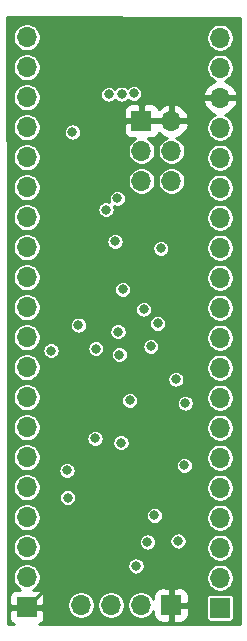
<source format=gbr>
%TF.GenerationSoftware,KiCad,Pcbnew,(5.1.6)-1*%
%TF.CreationDate,2020-09-14T17:11:37+02:00*%
%TF.ProjectId,STM32_blue_pill_4_layers,53544d33-325f-4626-9c75-655f70696c6c,rev?*%
%TF.SameCoordinates,Original*%
%TF.FileFunction,Copper,L3,Inr*%
%TF.FilePolarity,Positive*%
%FSLAX46Y46*%
G04 Gerber Fmt 4.6, Leading zero omitted, Abs format (unit mm)*
G04 Created by KiCad (PCBNEW (5.1.6)-1) date 2020-09-14 17:11:37*
%MOMM*%
%LPD*%
G01*
G04 APERTURE LIST*
%TA.AperFunction,ViaPad*%
%ADD10O,1.700000X1.700000*%
%TD*%
%TA.AperFunction,ViaPad*%
%ADD11R,1.700000X1.700000*%
%TD*%
%TA.AperFunction,ViaPad*%
%ADD12C,0.800000*%
%TD*%
%TA.AperFunction,Conductor*%
%ADD13C,0.250000*%
%TD*%
%TA.AperFunction,Conductor*%
%ADD14C,0.254000*%
%TD*%
G04 APERTURE END LIST*
D10*
%TO.N,GND*%
%TO.C,J5*%
X126550000Y-110170000D03*
%TO.N,/SWCLK*%
X129090000Y-110170000D03*
%TO.N,/SWIO*%
X131630000Y-110170000D03*
D11*
%TO.N,/3V3*%
X134170000Y-110170000D03*
%TD*%
D10*
%TO.N,GND*%
%TO.C,J4*%
X134210000Y-74260000D03*
X131670000Y-74260000D03*
%TO.N,Net-(J4-Pad4)*%
X134210000Y-71720000D03*
%TO.N,Net-(J4-Pad3)*%
X131670000Y-71720000D03*
%TO.N,/3V3*%
X134210000Y-69180000D03*
D11*
X131670000Y-69180000D03*
%TD*%
D10*
%TO.N,/PB12*%
%TO.C,J2*%
X121950000Y-62090000D03*
%TO.N,/PB13*%
X121950000Y-64630000D03*
%TO.N,/PB14*%
X121950000Y-67170000D03*
%TO.N,/PB15*%
X121950000Y-69710000D03*
%TO.N,/PA8*%
X121950000Y-72250000D03*
%TO.N,/PA9*%
X121950000Y-74790000D03*
%TO.N,/PA10*%
X121950000Y-77330000D03*
%TO.N,/PA11*%
X121950000Y-79870000D03*
%TO.N,/PA12*%
X121950000Y-82410000D03*
%TO.N,/PA15*%
X121950000Y-84950000D03*
%TO.N,/PB3*%
X121950000Y-87490000D03*
%TO.N,/PB4*%
X121950000Y-90030000D03*
%TO.N,/PB5*%
X121950000Y-92570000D03*
%TO.N,/PB6*%
X121950000Y-95110000D03*
%TO.N,/PB7*%
X121950000Y-97650000D03*
%TO.N,/PB8*%
X121950000Y-100190000D03*
%TO.N,/PB9*%
X121950000Y-102730000D03*
%TO.N,/5V*%
X121950000Y-105270000D03*
%TO.N,GND*%
X121950000Y-107810000D03*
D11*
%TO.N,/3V3*%
X121950000Y-110350000D03*
%TD*%
D10*
%TO.N,GND*%
%TO.C,J1*%
X138320000Y-62130000D03*
X138320000Y-64670000D03*
%TO.N,/3V3*%
X138320000Y-67210000D03*
%TO.N,/RESET*%
X138320000Y-69750000D03*
%TO.N,/PB11*%
X138320000Y-72290000D03*
%TO.N,/PB10*%
X138320000Y-74830000D03*
%TO.N,/PB1*%
X138320000Y-77370000D03*
%TO.N,/PB0*%
X138320000Y-79910000D03*
%TO.N,/PA7*%
X138320000Y-82450000D03*
%TO.N,/PA6*%
X138320000Y-84990000D03*
%TO.N,/PA5*%
X138320000Y-87530000D03*
%TO.N,/PA4*%
X138320000Y-90070000D03*
%TO.N,/PA3*%
X138320000Y-92610000D03*
%TO.N,/PA2*%
X138320000Y-95150000D03*
%TO.N,/PA1*%
X138320000Y-97690000D03*
%TO.N,/PA0*%
X138320000Y-100230000D03*
%TO.N,/PC15*%
X138320000Y-102770000D03*
%TO.N,/PC14*%
X138320000Y-105310000D03*
%TO.N,/PC13*%
X138320000Y-107850000D03*
D11*
%TO.N,/VBAT*%
X138320000Y-110390000D03*
%TD*%
D12*
%TO.N,GND*%
X125360000Y-98770000D03*
X130070000Y-83440000D03*
X132460000Y-88270000D03*
X128890000Y-66920000D03*
X125810000Y-70120000D03*
X129675012Y-87025009D03*
X133030000Y-86320000D03*
X128663425Y-76683985D03*
X126331193Y-86466484D03*
X129798621Y-88977480D03*
%TO.N,/RESET*%
X134582660Y-91047340D03*
%TO.N,/3V3*%
X128529417Y-93987900D03*
X125743463Y-73193146D03*
X128422379Y-77674437D03*
X124235587Y-86276785D03*
X127050000Y-101880000D03*
X133484990Y-78487102D03*
%TO.N,/OSCIN*%
X130670000Y-92840000D03*
%TO.N,/OSCOUT*%
X127740865Y-96060865D03*
X129930000Y-96420000D03*
X135367898Y-93072579D03*
%TO.N,/PC14*%
X134761883Y-104747819D03*
X135304990Y-98335534D03*
%TO.N,/PC15*%
X131204568Y-106860010D03*
X132170000Y-104830000D03*
%TO.N,/5V*%
X129430000Y-79380000D03*
%TO.N,Net-(D1-Pad1)*%
X132770182Y-102585618D03*
%TO.N,Net-(D2-Pad1)*%
X125410000Y-101080000D03*
%TO.N,Net-(J3-Pad3)*%
X130006683Y-66908381D03*
%TO.N,Net-(J3-Pad2)*%
X131004990Y-66850000D03*
%TO.N,Net-(J4-Pad4)*%
X133310000Y-79960000D03*
%TO.N,/SWCLK*%
X124010000Y-88630000D03*
%TO.N,/SWIO*%
X127800000Y-88460000D03*
%TO.N,/BOOT0*%
X129630000Y-75740000D03*
%TO.N,/BOOT1*%
X131850000Y-85120000D03*
%TD*%
D13*
%TO.N,/3V3*%
X125743463Y-74995521D02*
X128422379Y-77674437D01*
X125743463Y-73193146D02*
X125743463Y-74995521D01*
X128422379Y-82089993D02*
X124235587Y-86276785D01*
X128422379Y-77674437D02*
X128422379Y-82089993D01*
X128529417Y-90570615D02*
X124235587Y-86276785D01*
X128529417Y-93987900D02*
X128529417Y-90570615D01*
X127050000Y-105250000D02*
X121950000Y-110350000D01*
X127050000Y-101880000D02*
X128529417Y-100400583D01*
X127050000Y-101880000D02*
X127050000Y-105250000D01*
X128529417Y-100400583D02*
X128529417Y-93987900D01*
X132672325Y-77674437D02*
X128422379Y-77674437D01*
X133484990Y-78487102D02*
X132672325Y-77674437D01*
%TD*%
D14*
%TO.N,/3V3*%
G36*
X140032568Y-60454977D02*
G01*
X139973434Y-111793000D01*
X123032649Y-111793000D01*
X123044180Y-111789502D01*
X123154494Y-111730537D01*
X123251185Y-111651185D01*
X123330537Y-111554494D01*
X123389502Y-111444180D01*
X123425812Y-111324482D01*
X123438072Y-111200000D01*
X123435000Y-110635750D01*
X123276250Y-110477000D01*
X122077000Y-110477000D01*
X122077000Y-110497000D01*
X121823000Y-110497000D01*
X121823000Y-110477000D01*
X120623750Y-110477000D01*
X120465000Y-110635750D01*
X120461928Y-111200000D01*
X120474188Y-111324482D01*
X120510498Y-111444180D01*
X120569463Y-111554494D01*
X120648815Y-111651185D01*
X120745506Y-111730537D01*
X120855820Y-111789502D01*
X120867351Y-111793000D01*
X120356711Y-111793000D01*
X120354954Y-109500000D01*
X120461928Y-109500000D01*
X120465000Y-110064250D01*
X120623750Y-110223000D01*
X121823000Y-110223000D01*
X121823000Y-110203000D01*
X122077000Y-110203000D01*
X122077000Y-110223000D01*
X123276250Y-110223000D01*
X123435000Y-110064250D01*
X123435055Y-110054076D01*
X125373000Y-110054076D01*
X125373000Y-110285924D01*
X125418231Y-110513318D01*
X125506956Y-110727519D01*
X125635764Y-110920294D01*
X125799706Y-111084236D01*
X125992481Y-111213044D01*
X126206682Y-111301769D01*
X126434076Y-111347000D01*
X126665924Y-111347000D01*
X126893318Y-111301769D01*
X127107519Y-111213044D01*
X127300294Y-111084236D01*
X127464236Y-110920294D01*
X127593044Y-110727519D01*
X127681769Y-110513318D01*
X127727000Y-110285924D01*
X127727000Y-110054076D01*
X127913000Y-110054076D01*
X127913000Y-110285924D01*
X127958231Y-110513318D01*
X128046956Y-110727519D01*
X128175764Y-110920294D01*
X128339706Y-111084236D01*
X128532481Y-111213044D01*
X128746682Y-111301769D01*
X128974076Y-111347000D01*
X129205924Y-111347000D01*
X129433318Y-111301769D01*
X129647519Y-111213044D01*
X129840294Y-111084236D01*
X130004236Y-110920294D01*
X130133044Y-110727519D01*
X130221769Y-110513318D01*
X130267000Y-110285924D01*
X130267000Y-110054076D01*
X130453000Y-110054076D01*
X130453000Y-110285924D01*
X130498231Y-110513318D01*
X130586956Y-110727519D01*
X130715764Y-110920294D01*
X130879706Y-111084236D01*
X131072481Y-111213044D01*
X131286682Y-111301769D01*
X131514076Y-111347000D01*
X131745924Y-111347000D01*
X131973318Y-111301769D01*
X132187519Y-111213044D01*
X132380294Y-111084236D01*
X132544236Y-110920294D01*
X132673044Y-110727519D01*
X132683660Y-110701890D01*
X132681928Y-111020000D01*
X132694188Y-111144482D01*
X132730498Y-111264180D01*
X132789463Y-111374494D01*
X132868815Y-111471185D01*
X132965506Y-111550537D01*
X133075820Y-111609502D01*
X133195518Y-111645812D01*
X133320000Y-111658072D01*
X133884250Y-111655000D01*
X134043000Y-111496250D01*
X134043000Y-110297000D01*
X134297000Y-110297000D01*
X134297000Y-111496250D01*
X134455750Y-111655000D01*
X135020000Y-111658072D01*
X135144482Y-111645812D01*
X135264180Y-111609502D01*
X135374494Y-111550537D01*
X135471185Y-111471185D01*
X135550537Y-111374494D01*
X135609502Y-111264180D01*
X135645812Y-111144482D01*
X135658072Y-111020000D01*
X135655000Y-110455750D01*
X135496250Y-110297000D01*
X134297000Y-110297000D01*
X134043000Y-110297000D01*
X134023000Y-110297000D01*
X134023000Y-110043000D01*
X134043000Y-110043000D01*
X134043000Y-108843750D01*
X134297000Y-108843750D01*
X134297000Y-110043000D01*
X135496250Y-110043000D01*
X135655000Y-109884250D01*
X135656874Y-109540000D01*
X137141418Y-109540000D01*
X137141418Y-111240000D01*
X137147732Y-111304103D01*
X137166430Y-111365743D01*
X137196794Y-111422550D01*
X137237657Y-111472343D01*
X137287450Y-111513206D01*
X137344257Y-111543570D01*
X137405897Y-111562268D01*
X137470000Y-111568582D01*
X139170000Y-111568582D01*
X139234103Y-111562268D01*
X139295743Y-111543570D01*
X139352550Y-111513206D01*
X139402343Y-111472343D01*
X139443206Y-111422550D01*
X139473570Y-111365743D01*
X139492268Y-111304103D01*
X139498582Y-111240000D01*
X139498582Y-109540000D01*
X139492268Y-109475897D01*
X139473570Y-109414257D01*
X139443206Y-109357450D01*
X139402343Y-109307657D01*
X139352550Y-109266794D01*
X139295743Y-109236430D01*
X139234103Y-109217732D01*
X139170000Y-109211418D01*
X137470000Y-109211418D01*
X137405897Y-109217732D01*
X137344257Y-109236430D01*
X137287450Y-109266794D01*
X137237657Y-109307657D01*
X137196794Y-109357450D01*
X137166430Y-109414257D01*
X137147732Y-109475897D01*
X137141418Y-109540000D01*
X135656874Y-109540000D01*
X135658072Y-109320000D01*
X135645812Y-109195518D01*
X135609502Y-109075820D01*
X135550537Y-108965506D01*
X135471185Y-108868815D01*
X135374494Y-108789463D01*
X135264180Y-108730498D01*
X135144482Y-108694188D01*
X135020000Y-108681928D01*
X134455750Y-108685000D01*
X134297000Y-108843750D01*
X134043000Y-108843750D01*
X133884250Y-108685000D01*
X133320000Y-108681928D01*
X133195518Y-108694188D01*
X133075820Y-108730498D01*
X132965506Y-108789463D01*
X132868815Y-108868815D01*
X132789463Y-108965506D01*
X132730498Y-109075820D01*
X132694188Y-109195518D01*
X132681928Y-109320000D01*
X132683660Y-109638110D01*
X132673044Y-109612481D01*
X132544236Y-109419706D01*
X132380294Y-109255764D01*
X132187519Y-109126956D01*
X131973318Y-109038231D01*
X131745924Y-108993000D01*
X131514076Y-108993000D01*
X131286682Y-109038231D01*
X131072481Y-109126956D01*
X130879706Y-109255764D01*
X130715764Y-109419706D01*
X130586956Y-109612481D01*
X130498231Y-109826682D01*
X130453000Y-110054076D01*
X130267000Y-110054076D01*
X130221769Y-109826682D01*
X130133044Y-109612481D01*
X130004236Y-109419706D01*
X129840294Y-109255764D01*
X129647519Y-109126956D01*
X129433318Y-109038231D01*
X129205924Y-108993000D01*
X128974076Y-108993000D01*
X128746682Y-109038231D01*
X128532481Y-109126956D01*
X128339706Y-109255764D01*
X128175764Y-109419706D01*
X128046956Y-109612481D01*
X127958231Y-109826682D01*
X127913000Y-110054076D01*
X127727000Y-110054076D01*
X127681769Y-109826682D01*
X127593044Y-109612481D01*
X127464236Y-109419706D01*
X127300294Y-109255764D01*
X127107519Y-109126956D01*
X126893318Y-109038231D01*
X126665924Y-108993000D01*
X126434076Y-108993000D01*
X126206682Y-109038231D01*
X125992481Y-109126956D01*
X125799706Y-109255764D01*
X125635764Y-109419706D01*
X125506956Y-109612481D01*
X125418231Y-109826682D01*
X125373000Y-110054076D01*
X123435055Y-110054076D01*
X123438072Y-109500000D01*
X123425812Y-109375518D01*
X123389502Y-109255820D01*
X123330537Y-109145506D01*
X123251185Y-109048815D01*
X123154494Y-108969463D01*
X123044180Y-108910498D01*
X122924482Y-108874188D01*
X122800000Y-108861928D01*
X122481890Y-108863660D01*
X122507519Y-108853044D01*
X122700294Y-108724236D01*
X122864236Y-108560294D01*
X122993044Y-108367519D01*
X123081769Y-108153318D01*
X123127000Y-107925924D01*
X123127000Y-107734076D01*
X137143000Y-107734076D01*
X137143000Y-107965924D01*
X137188231Y-108193318D01*
X137276956Y-108407519D01*
X137405764Y-108600294D01*
X137569706Y-108764236D01*
X137762481Y-108893044D01*
X137976682Y-108981769D01*
X138204076Y-109027000D01*
X138435924Y-109027000D01*
X138663318Y-108981769D01*
X138877519Y-108893044D01*
X139070294Y-108764236D01*
X139234236Y-108600294D01*
X139363044Y-108407519D01*
X139451769Y-108193318D01*
X139497000Y-107965924D01*
X139497000Y-107734076D01*
X139451769Y-107506682D01*
X139363044Y-107292481D01*
X139234236Y-107099706D01*
X139070294Y-106935764D01*
X138877519Y-106806956D01*
X138663318Y-106718231D01*
X138435924Y-106673000D01*
X138204076Y-106673000D01*
X137976682Y-106718231D01*
X137762481Y-106806956D01*
X137569706Y-106935764D01*
X137405764Y-107099706D01*
X137276956Y-107292481D01*
X137188231Y-107506682D01*
X137143000Y-107734076D01*
X123127000Y-107734076D01*
X123127000Y-107694076D01*
X123081769Y-107466682D01*
X122993044Y-107252481D01*
X122864236Y-107059706D01*
X122700294Y-106895764D01*
X122539623Y-106788407D01*
X130477568Y-106788407D01*
X130477568Y-106931613D01*
X130505506Y-107072068D01*
X130560309Y-107204374D01*
X130639870Y-107323446D01*
X130741132Y-107424708D01*
X130860204Y-107504269D01*
X130992510Y-107559072D01*
X131132965Y-107587010D01*
X131276171Y-107587010D01*
X131416626Y-107559072D01*
X131548932Y-107504269D01*
X131668004Y-107424708D01*
X131769266Y-107323446D01*
X131848827Y-107204374D01*
X131903630Y-107072068D01*
X131931568Y-106931613D01*
X131931568Y-106788407D01*
X131903630Y-106647952D01*
X131848827Y-106515646D01*
X131769266Y-106396574D01*
X131668004Y-106295312D01*
X131548932Y-106215751D01*
X131416626Y-106160948D01*
X131276171Y-106133010D01*
X131132965Y-106133010D01*
X130992510Y-106160948D01*
X130860204Y-106215751D01*
X130741132Y-106295312D01*
X130639870Y-106396574D01*
X130560309Y-106515646D01*
X130505506Y-106647952D01*
X130477568Y-106788407D01*
X122539623Y-106788407D01*
X122507519Y-106766956D01*
X122293318Y-106678231D01*
X122065924Y-106633000D01*
X121834076Y-106633000D01*
X121606682Y-106678231D01*
X121392481Y-106766956D01*
X121199706Y-106895764D01*
X121035764Y-107059706D01*
X120906956Y-107252481D01*
X120818231Y-107466682D01*
X120773000Y-107694076D01*
X120773000Y-107925924D01*
X120818231Y-108153318D01*
X120906956Y-108367519D01*
X121035764Y-108560294D01*
X121199706Y-108724236D01*
X121392481Y-108853044D01*
X121418110Y-108863660D01*
X121100000Y-108861928D01*
X120975518Y-108874188D01*
X120855820Y-108910498D01*
X120745506Y-108969463D01*
X120648815Y-109048815D01*
X120569463Y-109145506D01*
X120510498Y-109255820D01*
X120474188Y-109375518D01*
X120461928Y-109500000D01*
X120354954Y-109500000D01*
X120351624Y-105154076D01*
X120773000Y-105154076D01*
X120773000Y-105385924D01*
X120818231Y-105613318D01*
X120906956Y-105827519D01*
X121035764Y-106020294D01*
X121199706Y-106184236D01*
X121392481Y-106313044D01*
X121606682Y-106401769D01*
X121834076Y-106447000D01*
X122065924Y-106447000D01*
X122293318Y-106401769D01*
X122507519Y-106313044D01*
X122700294Y-106184236D01*
X122864236Y-106020294D01*
X122993044Y-105827519D01*
X123081769Y-105613318D01*
X123127000Y-105385924D01*
X123127000Y-105154076D01*
X123081769Y-104926682D01*
X123012064Y-104758397D01*
X131443000Y-104758397D01*
X131443000Y-104901603D01*
X131470938Y-105042058D01*
X131525741Y-105174364D01*
X131605302Y-105293436D01*
X131706564Y-105394698D01*
X131825636Y-105474259D01*
X131957942Y-105529062D01*
X132098397Y-105557000D01*
X132241603Y-105557000D01*
X132382058Y-105529062D01*
X132514364Y-105474259D01*
X132633436Y-105394698D01*
X132734698Y-105293436D01*
X132814259Y-105174364D01*
X132869062Y-105042058D01*
X132897000Y-104901603D01*
X132897000Y-104758397D01*
X132880654Y-104676216D01*
X134034883Y-104676216D01*
X134034883Y-104819422D01*
X134062821Y-104959877D01*
X134117624Y-105092183D01*
X134197185Y-105211255D01*
X134298447Y-105312517D01*
X134417519Y-105392078D01*
X134549825Y-105446881D01*
X134690280Y-105474819D01*
X134833486Y-105474819D01*
X134973941Y-105446881D01*
X135106247Y-105392078D01*
X135225319Y-105312517D01*
X135326581Y-105211255D01*
X135338059Y-105194076D01*
X137143000Y-105194076D01*
X137143000Y-105425924D01*
X137188231Y-105653318D01*
X137276956Y-105867519D01*
X137405764Y-106060294D01*
X137569706Y-106224236D01*
X137762481Y-106353044D01*
X137976682Y-106441769D01*
X138204076Y-106487000D01*
X138435924Y-106487000D01*
X138663318Y-106441769D01*
X138877519Y-106353044D01*
X139070294Y-106224236D01*
X139234236Y-106060294D01*
X139363044Y-105867519D01*
X139451769Y-105653318D01*
X139497000Y-105425924D01*
X139497000Y-105194076D01*
X139451769Y-104966682D01*
X139363044Y-104752481D01*
X139234236Y-104559706D01*
X139070294Y-104395764D01*
X138877519Y-104266956D01*
X138663318Y-104178231D01*
X138435924Y-104133000D01*
X138204076Y-104133000D01*
X137976682Y-104178231D01*
X137762481Y-104266956D01*
X137569706Y-104395764D01*
X137405764Y-104559706D01*
X137276956Y-104752481D01*
X137188231Y-104966682D01*
X137143000Y-105194076D01*
X135338059Y-105194076D01*
X135406142Y-105092183D01*
X135460945Y-104959877D01*
X135488883Y-104819422D01*
X135488883Y-104676216D01*
X135460945Y-104535761D01*
X135406142Y-104403455D01*
X135326581Y-104284383D01*
X135225319Y-104183121D01*
X135106247Y-104103560D01*
X134973941Y-104048757D01*
X134833486Y-104020819D01*
X134690280Y-104020819D01*
X134549825Y-104048757D01*
X134417519Y-104103560D01*
X134298447Y-104183121D01*
X134197185Y-104284383D01*
X134117624Y-104403455D01*
X134062821Y-104535761D01*
X134034883Y-104676216D01*
X132880654Y-104676216D01*
X132869062Y-104617942D01*
X132814259Y-104485636D01*
X132734698Y-104366564D01*
X132633436Y-104265302D01*
X132514364Y-104185741D01*
X132382058Y-104130938D01*
X132241603Y-104103000D01*
X132098397Y-104103000D01*
X131957942Y-104130938D01*
X131825636Y-104185741D01*
X131706564Y-104265302D01*
X131605302Y-104366564D01*
X131525741Y-104485636D01*
X131470938Y-104617942D01*
X131443000Y-104758397D01*
X123012064Y-104758397D01*
X122993044Y-104712481D01*
X122864236Y-104519706D01*
X122700294Y-104355764D01*
X122507519Y-104226956D01*
X122293318Y-104138231D01*
X122065924Y-104093000D01*
X121834076Y-104093000D01*
X121606682Y-104138231D01*
X121392481Y-104226956D01*
X121199706Y-104355764D01*
X121035764Y-104519706D01*
X120906956Y-104712481D01*
X120818231Y-104926682D01*
X120773000Y-105154076D01*
X120351624Y-105154076D01*
X120349678Y-102614076D01*
X120773000Y-102614076D01*
X120773000Y-102845924D01*
X120818231Y-103073318D01*
X120906956Y-103287519D01*
X121035764Y-103480294D01*
X121199706Y-103644236D01*
X121392481Y-103773044D01*
X121606682Y-103861769D01*
X121834076Y-103907000D01*
X122065924Y-103907000D01*
X122293318Y-103861769D01*
X122507519Y-103773044D01*
X122700294Y-103644236D01*
X122864236Y-103480294D01*
X122993044Y-103287519D01*
X123081769Y-103073318D01*
X123127000Y-102845924D01*
X123127000Y-102614076D01*
X123107097Y-102514015D01*
X132043182Y-102514015D01*
X132043182Y-102657221D01*
X132071120Y-102797676D01*
X132125923Y-102929982D01*
X132205484Y-103049054D01*
X132306746Y-103150316D01*
X132425818Y-103229877D01*
X132558124Y-103284680D01*
X132698579Y-103312618D01*
X132841785Y-103312618D01*
X132982240Y-103284680D01*
X133114546Y-103229877D01*
X133233618Y-103150316D01*
X133334880Y-103049054D01*
X133414441Y-102929982D01*
X133469244Y-102797676D01*
X133497182Y-102657221D01*
X133497182Y-102654076D01*
X137143000Y-102654076D01*
X137143000Y-102885924D01*
X137188231Y-103113318D01*
X137276956Y-103327519D01*
X137405764Y-103520294D01*
X137569706Y-103684236D01*
X137762481Y-103813044D01*
X137976682Y-103901769D01*
X138204076Y-103947000D01*
X138435924Y-103947000D01*
X138663318Y-103901769D01*
X138877519Y-103813044D01*
X139070294Y-103684236D01*
X139234236Y-103520294D01*
X139363044Y-103327519D01*
X139451769Y-103113318D01*
X139497000Y-102885924D01*
X139497000Y-102654076D01*
X139451769Y-102426682D01*
X139363044Y-102212481D01*
X139234236Y-102019706D01*
X139070294Y-101855764D01*
X138877519Y-101726956D01*
X138663318Y-101638231D01*
X138435924Y-101593000D01*
X138204076Y-101593000D01*
X137976682Y-101638231D01*
X137762481Y-101726956D01*
X137569706Y-101855764D01*
X137405764Y-102019706D01*
X137276956Y-102212481D01*
X137188231Y-102426682D01*
X137143000Y-102654076D01*
X133497182Y-102654076D01*
X133497182Y-102514015D01*
X133469244Y-102373560D01*
X133414441Y-102241254D01*
X133334880Y-102122182D01*
X133233618Y-102020920D01*
X133114546Y-101941359D01*
X132982240Y-101886556D01*
X132841785Y-101858618D01*
X132698579Y-101858618D01*
X132558124Y-101886556D01*
X132425818Y-101941359D01*
X132306746Y-102020920D01*
X132205484Y-102122182D01*
X132125923Y-102241254D01*
X132071120Y-102373560D01*
X132043182Y-102514015D01*
X123107097Y-102514015D01*
X123081769Y-102386682D01*
X122993044Y-102172481D01*
X122864236Y-101979706D01*
X122700294Y-101815764D01*
X122507519Y-101686956D01*
X122293318Y-101598231D01*
X122065924Y-101553000D01*
X121834076Y-101553000D01*
X121606682Y-101598231D01*
X121392481Y-101686956D01*
X121199706Y-101815764D01*
X121035764Y-101979706D01*
X120906956Y-102172481D01*
X120818231Y-102386682D01*
X120773000Y-102614076D01*
X120349678Y-102614076D01*
X120347732Y-100074076D01*
X120773000Y-100074076D01*
X120773000Y-100305924D01*
X120818231Y-100533318D01*
X120906956Y-100747519D01*
X121035764Y-100940294D01*
X121199706Y-101104236D01*
X121392481Y-101233044D01*
X121606682Y-101321769D01*
X121834076Y-101367000D01*
X122065924Y-101367000D01*
X122293318Y-101321769D01*
X122507519Y-101233044D01*
X122700294Y-101104236D01*
X122796133Y-101008397D01*
X124683000Y-101008397D01*
X124683000Y-101151603D01*
X124710938Y-101292058D01*
X124765741Y-101424364D01*
X124845302Y-101543436D01*
X124946564Y-101644698D01*
X125065636Y-101724259D01*
X125197942Y-101779062D01*
X125338397Y-101807000D01*
X125481603Y-101807000D01*
X125622058Y-101779062D01*
X125754364Y-101724259D01*
X125873436Y-101644698D01*
X125974698Y-101543436D01*
X126054259Y-101424364D01*
X126109062Y-101292058D01*
X126137000Y-101151603D01*
X126137000Y-101008397D01*
X126109062Y-100867942D01*
X126054259Y-100735636D01*
X125974698Y-100616564D01*
X125873436Y-100515302D01*
X125754364Y-100435741D01*
X125622058Y-100380938D01*
X125481603Y-100353000D01*
X125338397Y-100353000D01*
X125197942Y-100380938D01*
X125065636Y-100435741D01*
X124946564Y-100515302D01*
X124845302Y-100616564D01*
X124765741Y-100735636D01*
X124710938Y-100867942D01*
X124683000Y-101008397D01*
X122796133Y-101008397D01*
X122864236Y-100940294D01*
X122993044Y-100747519D01*
X123081769Y-100533318D01*
X123127000Y-100305924D01*
X123127000Y-100114076D01*
X137143000Y-100114076D01*
X137143000Y-100345924D01*
X137188231Y-100573318D01*
X137276956Y-100787519D01*
X137405764Y-100980294D01*
X137569706Y-101144236D01*
X137762481Y-101273044D01*
X137976682Y-101361769D01*
X138204076Y-101407000D01*
X138435924Y-101407000D01*
X138663318Y-101361769D01*
X138877519Y-101273044D01*
X139070294Y-101144236D01*
X139234236Y-100980294D01*
X139363044Y-100787519D01*
X139451769Y-100573318D01*
X139497000Y-100345924D01*
X139497000Y-100114076D01*
X139451769Y-99886682D01*
X139363044Y-99672481D01*
X139234236Y-99479706D01*
X139070294Y-99315764D01*
X138877519Y-99186956D01*
X138663318Y-99098231D01*
X138435924Y-99053000D01*
X138204076Y-99053000D01*
X137976682Y-99098231D01*
X137762481Y-99186956D01*
X137569706Y-99315764D01*
X137405764Y-99479706D01*
X137276956Y-99672481D01*
X137188231Y-99886682D01*
X137143000Y-100114076D01*
X123127000Y-100114076D01*
X123127000Y-100074076D01*
X123081769Y-99846682D01*
X122993044Y-99632481D01*
X122864236Y-99439706D01*
X122700294Y-99275764D01*
X122507519Y-99146956D01*
X122293318Y-99058231D01*
X122065924Y-99013000D01*
X121834076Y-99013000D01*
X121606682Y-99058231D01*
X121392481Y-99146956D01*
X121199706Y-99275764D01*
X121035764Y-99439706D01*
X120906956Y-99632481D01*
X120818231Y-99846682D01*
X120773000Y-100074076D01*
X120347732Y-100074076D01*
X120345786Y-97534076D01*
X120773000Y-97534076D01*
X120773000Y-97765924D01*
X120818231Y-97993318D01*
X120906956Y-98207519D01*
X121035764Y-98400294D01*
X121199706Y-98564236D01*
X121392481Y-98693044D01*
X121606682Y-98781769D01*
X121834076Y-98827000D01*
X122065924Y-98827000D01*
X122293318Y-98781769D01*
X122494595Y-98698397D01*
X124633000Y-98698397D01*
X124633000Y-98841603D01*
X124660938Y-98982058D01*
X124715741Y-99114364D01*
X124795302Y-99233436D01*
X124896564Y-99334698D01*
X125015636Y-99414259D01*
X125147942Y-99469062D01*
X125288397Y-99497000D01*
X125431603Y-99497000D01*
X125572058Y-99469062D01*
X125704364Y-99414259D01*
X125823436Y-99334698D01*
X125924698Y-99233436D01*
X126004259Y-99114364D01*
X126059062Y-98982058D01*
X126087000Y-98841603D01*
X126087000Y-98698397D01*
X126059062Y-98557942D01*
X126004259Y-98425636D01*
X125924698Y-98306564D01*
X125882065Y-98263931D01*
X134577990Y-98263931D01*
X134577990Y-98407137D01*
X134605928Y-98547592D01*
X134660731Y-98679898D01*
X134740292Y-98798970D01*
X134841554Y-98900232D01*
X134960626Y-98979793D01*
X135092932Y-99034596D01*
X135233387Y-99062534D01*
X135376593Y-99062534D01*
X135517048Y-99034596D01*
X135649354Y-98979793D01*
X135768426Y-98900232D01*
X135869688Y-98798970D01*
X135949249Y-98679898D01*
X136004052Y-98547592D01*
X136031990Y-98407137D01*
X136031990Y-98263931D01*
X136004052Y-98123476D01*
X135949249Y-97991170D01*
X135869688Y-97872098D01*
X135768426Y-97770836D01*
X135649354Y-97691275D01*
X135517048Y-97636472D01*
X135376593Y-97608534D01*
X135233387Y-97608534D01*
X135092932Y-97636472D01*
X134960626Y-97691275D01*
X134841554Y-97770836D01*
X134740292Y-97872098D01*
X134660731Y-97991170D01*
X134605928Y-98123476D01*
X134577990Y-98263931D01*
X125882065Y-98263931D01*
X125823436Y-98205302D01*
X125704364Y-98125741D01*
X125572058Y-98070938D01*
X125431603Y-98043000D01*
X125288397Y-98043000D01*
X125147942Y-98070938D01*
X125015636Y-98125741D01*
X124896564Y-98205302D01*
X124795302Y-98306564D01*
X124715741Y-98425636D01*
X124660938Y-98557942D01*
X124633000Y-98698397D01*
X122494595Y-98698397D01*
X122507519Y-98693044D01*
X122700294Y-98564236D01*
X122864236Y-98400294D01*
X122993044Y-98207519D01*
X123081769Y-97993318D01*
X123127000Y-97765924D01*
X123127000Y-97574076D01*
X137143000Y-97574076D01*
X137143000Y-97805924D01*
X137188231Y-98033318D01*
X137276956Y-98247519D01*
X137405764Y-98440294D01*
X137569706Y-98604236D01*
X137762481Y-98733044D01*
X137976682Y-98821769D01*
X138204076Y-98867000D01*
X138435924Y-98867000D01*
X138663318Y-98821769D01*
X138877519Y-98733044D01*
X139070294Y-98604236D01*
X139234236Y-98440294D01*
X139363044Y-98247519D01*
X139451769Y-98033318D01*
X139497000Y-97805924D01*
X139497000Y-97574076D01*
X139451769Y-97346682D01*
X139363044Y-97132481D01*
X139234236Y-96939706D01*
X139070294Y-96775764D01*
X138877519Y-96646956D01*
X138663318Y-96558231D01*
X138435924Y-96513000D01*
X138204076Y-96513000D01*
X137976682Y-96558231D01*
X137762481Y-96646956D01*
X137569706Y-96775764D01*
X137405764Y-96939706D01*
X137276956Y-97132481D01*
X137188231Y-97346682D01*
X137143000Y-97574076D01*
X123127000Y-97574076D01*
X123127000Y-97534076D01*
X123081769Y-97306682D01*
X122993044Y-97092481D01*
X122864236Y-96899706D01*
X122700294Y-96735764D01*
X122507519Y-96606956D01*
X122293318Y-96518231D01*
X122065924Y-96473000D01*
X121834076Y-96473000D01*
X121606682Y-96518231D01*
X121392481Y-96606956D01*
X121199706Y-96735764D01*
X121035764Y-96899706D01*
X120906956Y-97092481D01*
X120818231Y-97306682D01*
X120773000Y-97534076D01*
X120345786Y-97534076D01*
X120343840Y-94994076D01*
X120773000Y-94994076D01*
X120773000Y-95225924D01*
X120818231Y-95453318D01*
X120906956Y-95667519D01*
X121035764Y-95860294D01*
X121199706Y-96024236D01*
X121392481Y-96153044D01*
X121606682Y-96241769D01*
X121834076Y-96287000D01*
X122065924Y-96287000D01*
X122293318Y-96241769D01*
X122507519Y-96153044D01*
X122700294Y-96024236D01*
X122735268Y-95989262D01*
X127013865Y-95989262D01*
X127013865Y-96132468D01*
X127041803Y-96272923D01*
X127096606Y-96405229D01*
X127176167Y-96524301D01*
X127277429Y-96625563D01*
X127396501Y-96705124D01*
X127528807Y-96759927D01*
X127669262Y-96787865D01*
X127812468Y-96787865D01*
X127952923Y-96759927D01*
X128085229Y-96705124D01*
X128204301Y-96625563D01*
X128305563Y-96524301D01*
X128385124Y-96405229D01*
X128408664Y-96348397D01*
X129203000Y-96348397D01*
X129203000Y-96491603D01*
X129230938Y-96632058D01*
X129285741Y-96764364D01*
X129365302Y-96883436D01*
X129466564Y-96984698D01*
X129585636Y-97064259D01*
X129717942Y-97119062D01*
X129858397Y-97147000D01*
X130001603Y-97147000D01*
X130142058Y-97119062D01*
X130274364Y-97064259D01*
X130393436Y-96984698D01*
X130494698Y-96883436D01*
X130574259Y-96764364D01*
X130629062Y-96632058D01*
X130657000Y-96491603D01*
X130657000Y-96348397D01*
X130629062Y-96207942D01*
X130574259Y-96075636D01*
X130494698Y-95956564D01*
X130393436Y-95855302D01*
X130274364Y-95775741D01*
X130142058Y-95720938D01*
X130001603Y-95693000D01*
X129858397Y-95693000D01*
X129717942Y-95720938D01*
X129585636Y-95775741D01*
X129466564Y-95855302D01*
X129365302Y-95956564D01*
X129285741Y-96075636D01*
X129230938Y-96207942D01*
X129203000Y-96348397D01*
X128408664Y-96348397D01*
X128439927Y-96272923D01*
X128467865Y-96132468D01*
X128467865Y-95989262D01*
X128439927Y-95848807D01*
X128385124Y-95716501D01*
X128305563Y-95597429D01*
X128204301Y-95496167D01*
X128085229Y-95416606D01*
X127952923Y-95361803D01*
X127812468Y-95333865D01*
X127669262Y-95333865D01*
X127528807Y-95361803D01*
X127396501Y-95416606D01*
X127277429Y-95496167D01*
X127176167Y-95597429D01*
X127096606Y-95716501D01*
X127041803Y-95848807D01*
X127013865Y-95989262D01*
X122735268Y-95989262D01*
X122864236Y-95860294D01*
X122993044Y-95667519D01*
X123081769Y-95453318D01*
X123127000Y-95225924D01*
X123127000Y-95034076D01*
X137143000Y-95034076D01*
X137143000Y-95265924D01*
X137188231Y-95493318D01*
X137276956Y-95707519D01*
X137405764Y-95900294D01*
X137569706Y-96064236D01*
X137762481Y-96193044D01*
X137976682Y-96281769D01*
X138204076Y-96327000D01*
X138435924Y-96327000D01*
X138663318Y-96281769D01*
X138877519Y-96193044D01*
X139070294Y-96064236D01*
X139234236Y-95900294D01*
X139363044Y-95707519D01*
X139451769Y-95493318D01*
X139497000Y-95265924D01*
X139497000Y-95034076D01*
X139451769Y-94806682D01*
X139363044Y-94592481D01*
X139234236Y-94399706D01*
X139070294Y-94235764D01*
X138877519Y-94106956D01*
X138663318Y-94018231D01*
X138435924Y-93973000D01*
X138204076Y-93973000D01*
X137976682Y-94018231D01*
X137762481Y-94106956D01*
X137569706Y-94235764D01*
X137405764Y-94399706D01*
X137276956Y-94592481D01*
X137188231Y-94806682D01*
X137143000Y-95034076D01*
X123127000Y-95034076D01*
X123127000Y-94994076D01*
X123081769Y-94766682D01*
X122993044Y-94552481D01*
X122864236Y-94359706D01*
X122700294Y-94195764D01*
X122507519Y-94066956D01*
X122293318Y-93978231D01*
X122065924Y-93933000D01*
X121834076Y-93933000D01*
X121606682Y-93978231D01*
X121392481Y-94066956D01*
X121199706Y-94195764D01*
X121035764Y-94359706D01*
X120906956Y-94552481D01*
X120818231Y-94766682D01*
X120773000Y-94994076D01*
X120343840Y-94994076D01*
X120341894Y-92454076D01*
X120773000Y-92454076D01*
X120773000Y-92685924D01*
X120818231Y-92913318D01*
X120906956Y-93127519D01*
X121035764Y-93320294D01*
X121199706Y-93484236D01*
X121392481Y-93613044D01*
X121606682Y-93701769D01*
X121834076Y-93747000D01*
X122065924Y-93747000D01*
X122293318Y-93701769D01*
X122507519Y-93613044D01*
X122700294Y-93484236D01*
X122864236Y-93320294D01*
X122993044Y-93127519D01*
X123081769Y-92913318D01*
X123110595Y-92768397D01*
X129943000Y-92768397D01*
X129943000Y-92911603D01*
X129970938Y-93052058D01*
X130025741Y-93184364D01*
X130105302Y-93303436D01*
X130206564Y-93404698D01*
X130325636Y-93484259D01*
X130457942Y-93539062D01*
X130598397Y-93567000D01*
X130741603Y-93567000D01*
X130882058Y-93539062D01*
X131014364Y-93484259D01*
X131133436Y-93404698D01*
X131234698Y-93303436D01*
X131314259Y-93184364D01*
X131369062Y-93052058D01*
X131379222Y-93000976D01*
X134640898Y-93000976D01*
X134640898Y-93144182D01*
X134668836Y-93284637D01*
X134723639Y-93416943D01*
X134803200Y-93536015D01*
X134904462Y-93637277D01*
X135023534Y-93716838D01*
X135155840Y-93771641D01*
X135296295Y-93799579D01*
X135439501Y-93799579D01*
X135579956Y-93771641D01*
X135712262Y-93716838D01*
X135831334Y-93637277D01*
X135932596Y-93536015D01*
X136012157Y-93416943D01*
X136066960Y-93284637D01*
X136094898Y-93144182D01*
X136094898Y-93000976D01*
X136066960Y-92860521D01*
X136012157Y-92728215D01*
X135932596Y-92609143D01*
X135831334Y-92507881D01*
X135810674Y-92494076D01*
X137143000Y-92494076D01*
X137143000Y-92725924D01*
X137188231Y-92953318D01*
X137276956Y-93167519D01*
X137405764Y-93360294D01*
X137569706Y-93524236D01*
X137762481Y-93653044D01*
X137976682Y-93741769D01*
X138204076Y-93787000D01*
X138435924Y-93787000D01*
X138663318Y-93741769D01*
X138877519Y-93653044D01*
X139070294Y-93524236D01*
X139234236Y-93360294D01*
X139363044Y-93167519D01*
X139451769Y-92953318D01*
X139497000Y-92725924D01*
X139497000Y-92494076D01*
X139451769Y-92266682D01*
X139363044Y-92052481D01*
X139234236Y-91859706D01*
X139070294Y-91695764D01*
X138877519Y-91566956D01*
X138663318Y-91478231D01*
X138435924Y-91433000D01*
X138204076Y-91433000D01*
X137976682Y-91478231D01*
X137762481Y-91566956D01*
X137569706Y-91695764D01*
X137405764Y-91859706D01*
X137276956Y-92052481D01*
X137188231Y-92266682D01*
X137143000Y-92494076D01*
X135810674Y-92494076D01*
X135712262Y-92428320D01*
X135579956Y-92373517D01*
X135439501Y-92345579D01*
X135296295Y-92345579D01*
X135155840Y-92373517D01*
X135023534Y-92428320D01*
X134904462Y-92507881D01*
X134803200Y-92609143D01*
X134723639Y-92728215D01*
X134668836Y-92860521D01*
X134640898Y-93000976D01*
X131379222Y-93000976D01*
X131397000Y-92911603D01*
X131397000Y-92768397D01*
X131369062Y-92627942D01*
X131314259Y-92495636D01*
X131234698Y-92376564D01*
X131133436Y-92275302D01*
X131014364Y-92195741D01*
X130882058Y-92140938D01*
X130741603Y-92113000D01*
X130598397Y-92113000D01*
X130457942Y-92140938D01*
X130325636Y-92195741D01*
X130206564Y-92275302D01*
X130105302Y-92376564D01*
X130025741Y-92495636D01*
X129970938Y-92627942D01*
X129943000Y-92768397D01*
X123110595Y-92768397D01*
X123127000Y-92685924D01*
X123127000Y-92454076D01*
X123081769Y-92226682D01*
X122993044Y-92012481D01*
X122864236Y-91819706D01*
X122700294Y-91655764D01*
X122507519Y-91526956D01*
X122293318Y-91438231D01*
X122065924Y-91393000D01*
X121834076Y-91393000D01*
X121606682Y-91438231D01*
X121392481Y-91526956D01*
X121199706Y-91655764D01*
X121035764Y-91819706D01*
X120906956Y-92012481D01*
X120818231Y-92226682D01*
X120773000Y-92454076D01*
X120341894Y-92454076D01*
X120339948Y-89914076D01*
X120773000Y-89914076D01*
X120773000Y-90145924D01*
X120818231Y-90373318D01*
X120906956Y-90587519D01*
X121035764Y-90780294D01*
X121199706Y-90944236D01*
X121392481Y-91073044D01*
X121606682Y-91161769D01*
X121834076Y-91207000D01*
X122065924Y-91207000D01*
X122293318Y-91161769D01*
X122507519Y-91073044D01*
X122653149Y-90975737D01*
X133855660Y-90975737D01*
X133855660Y-91118943D01*
X133883598Y-91259398D01*
X133938401Y-91391704D01*
X134017962Y-91510776D01*
X134119224Y-91612038D01*
X134238296Y-91691599D01*
X134370602Y-91746402D01*
X134511057Y-91774340D01*
X134654263Y-91774340D01*
X134794718Y-91746402D01*
X134927024Y-91691599D01*
X135046096Y-91612038D01*
X135147358Y-91510776D01*
X135226919Y-91391704D01*
X135281722Y-91259398D01*
X135309660Y-91118943D01*
X135309660Y-90975737D01*
X135281722Y-90835282D01*
X135226919Y-90702976D01*
X135147358Y-90583904D01*
X135046096Y-90482642D01*
X134927024Y-90403081D01*
X134794718Y-90348278D01*
X134654263Y-90320340D01*
X134511057Y-90320340D01*
X134370602Y-90348278D01*
X134238296Y-90403081D01*
X134119224Y-90482642D01*
X134017962Y-90583904D01*
X133938401Y-90702976D01*
X133883598Y-90835282D01*
X133855660Y-90975737D01*
X122653149Y-90975737D01*
X122700294Y-90944236D01*
X122864236Y-90780294D01*
X122993044Y-90587519D01*
X123081769Y-90373318D01*
X123127000Y-90145924D01*
X123127000Y-89954076D01*
X137143000Y-89954076D01*
X137143000Y-90185924D01*
X137188231Y-90413318D01*
X137276956Y-90627519D01*
X137405764Y-90820294D01*
X137569706Y-90984236D01*
X137762481Y-91113044D01*
X137976682Y-91201769D01*
X138204076Y-91247000D01*
X138435924Y-91247000D01*
X138663318Y-91201769D01*
X138877519Y-91113044D01*
X139070294Y-90984236D01*
X139234236Y-90820294D01*
X139363044Y-90627519D01*
X139451769Y-90413318D01*
X139497000Y-90185924D01*
X139497000Y-89954076D01*
X139451769Y-89726682D01*
X139363044Y-89512481D01*
X139234236Y-89319706D01*
X139070294Y-89155764D01*
X138877519Y-89026956D01*
X138663318Y-88938231D01*
X138435924Y-88893000D01*
X138204076Y-88893000D01*
X137976682Y-88938231D01*
X137762481Y-89026956D01*
X137569706Y-89155764D01*
X137405764Y-89319706D01*
X137276956Y-89512481D01*
X137188231Y-89726682D01*
X137143000Y-89954076D01*
X123127000Y-89954076D01*
X123127000Y-89914076D01*
X123081769Y-89686682D01*
X122993044Y-89472481D01*
X122864236Y-89279706D01*
X122700294Y-89115764D01*
X122507519Y-88986956D01*
X122293318Y-88898231D01*
X122065924Y-88853000D01*
X121834076Y-88853000D01*
X121606682Y-88898231D01*
X121392481Y-88986956D01*
X121199706Y-89115764D01*
X121035764Y-89279706D01*
X120906956Y-89472481D01*
X120818231Y-89686682D01*
X120773000Y-89914076D01*
X120339948Y-89914076D01*
X120338002Y-87374076D01*
X120773000Y-87374076D01*
X120773000Y-87605924D01*
X120818231Y-87833318D01*
X120906956Y-88047519D01*
X121035764Y-88240294D01*
X121199706Y-88404236D01*
X121392481Y-88533044D01*
X121606682Y-88621769D01*
X121834076Y-88667000D01*
X122065924Y-88667000D01*
X122293318Y-88621769D01*
X122446311Y-88558397D01*
X123283000Y-88558397D01*
X123283000Y-88701603D01*
X123310938Y-88842058D01*
X123365741Y-88974364D01*
X123445302Y-89093436D01*
X123546564Y-89194698D01*
X123665636Y-89274259D01*
X123797942Y-89329062D01*
X123938397Y-89357000D01*
X124081603Y-89357000D01*
X124222058Y-89329062D01*
X124354364Y-89274259D01*
X124473436Y-89194698D01*
X124574698Y-89093436D01*
X124654259Y-88974364D01*
X124709062Y-88842058D01*
X124737000Y-88701603D01*
X124737000Y-88558397D01*
X124709062Y-88417942D01*
X124696825Y-88388397D01*
X127073000Y-88388397D01*
X127073000Y-88531603D01*
X127100938Y-88672058D01*
X127155741Y-88804364D01*
X127235302Y-88923436D01*
X127336564Y-89024698D01*
X127455636Y-89104259D01*
X127587942Y-89159062D01*
X127728397Y-89187000D01*
X127871603Y-89187000D01*
X128012058Y-89159062D01*
X128144364Y-89104259D01*
X128263436Y-89024698D01*
X128364698Y-88923436D01*
X128376430Y-88905877D01*
X129071621Y-88905877D01*
X129071621Y-89049083D01*
X129099559Y-89189538D01*
X129154362Y-89321844D01*
X129233923Y-89440916D01*
X129335185Y-89542178D01*
X129454257Y-89621739D01*
X129586563Y-89676542D01*
X129727018Y-89704480D01*
X129870224Y-89704480D01*
X130010679Y-89676542D01*
X130142985Y-89621739D01*
X130262057Y-89542178D01*
X130363319Y-89440916D01*
X130442880Y-89321844D01*
X130497683Y-89189538D01*
X130525621Y-89049083D01*
X130525621Y-88905877D01*
X130497683Y-88765422D01*
X130442880Y-88633116D01*
X130363319Y-88514044D01*
X130262057Y-88412782D01*
X130142985Y-88333221D01*
X130010679Y-88278418D01*
X129870224Y-88250480D01*
X129727018Y-88250480D01*
X129586563Y-88278418D01*
X129454257Y-88333221D01*
X129335185Y-88412782D01*
X129233923Y-88514044D01*
X129154362Y-88633116D01*
X129099559Y-88765422D01*
X129071621Y-88905877D01*
X128376430Y-88905877D01*
X128444259Y-88804364D01*
X128499062Y-88672058D01*
X128527000Y-88531603D01*
X128527000Y-88388397D01*
X128499062Y-88247942D01*
X128478540Y-88198397D01*
X131733000Y-88198397D01*
X131733000Y-88341603D01*
X131760938Y-88482058D01*
X131815741Y-88614364D01*
X131895302Y-88733436D01*
X131996564Y-88834698D01*
X132115636Y-88914259D01*
X132247942Y-88969062D01*
X132388397Y-88997000D01*
X132531603Y-88997000D01*
X132672058Y-88969062D01*
X132804364Y-88914259D01*
X132923436Y-88834698D01*
X133024698Y-88733436D01*
X133104259Y-88614364D01*
X133159062Y-88482058D01*
X133187000Y-88341603D01*
X133187000Y-88198397D01*
X133159062Y-88057942D01*
X133104259Y-87925636D01*
X133024698Y-87806564D01*
X132923436Y-87705302D01*
X132804364Y-87625741D01*
X132672058Y-87570938D01*
X132531603Y-87543000D01*
X132388397Y-87543000D01*
X132247942Y-87570938D01*
X132115636Y-87625741D01*
X131996564Y-87705302D01*
X131895302Y-87806564D01*
X131815741Y-87925636D01*
X131760938Y-88057942D01*
X131733000Y-88198397D01*
X128478540Y-88198397D01*
X128444259Y-88115636D01*
X128364698Y-87996564D01*
X128263436Y-87895302D01*
X128144364Y-87815741D01*
X128012058Y-87760938D01*
X127871603Y-87733000D01*
X127728397Y-87733000D01*
X127587942Y-87760938D01*
X127455636Y-87815741D01*
X127336564Y-87895302D01*
X127235302Y-87996564D01*
X127155741Y-88115636D01*
X127100938Y-88247942D01*
X127073000Y-88388397D01*
X124696825Y-88388397D01*
X124654259Y-88285636D01*
X124574698Y-88166564D01*
X124473436Y-88065302D01*
X124354364Y-87985741D01*
X124222058Y-87930938D01*
X124081603Y-87903000D01*
X123938397Y-87903000D01*
X123797942Y-87930938D01*
X123665636Y-87985741D01*
X123546564Y-88065302D01*
X123445302Y-88166564D01*
X123365741Y-88285636D01*
X123310938Y-88417942D01*
X123283000Y-88558397D01*
X122446311Y-88558397D01*
X122507519Y-88533044D01*
X122700294Y-88404236D01*
X122864236Y-88240294D01*
X122993044Y-88047519D01*
X123081769Y-87833318D01*
X123127000Y-87605924D01*
X123127000Y-87374076D01*
X123081769Y-87146682D01*
X122993044Y-86932481D01*
X122864236Y-86739706D01*
X122700294Y-86575764D01*
X122507519Y-86446956D01*
X122381799Y-86394881D01*
X125604193Y-86394881D01*
X125604193Y-86538087D01*
X125632131Y-86678542D01*
X125686934Y-86810848D01*
X125766495Y-86929920D01*
X125867757Y-87031182D01*
X125986829Y-87110743D01*
X126119135Y-87165546D01*
X126259590Y-87193484D01*
X126402796Y-87193484D01*
X126543251Y-87165546D01*
X126675557Y-87110743D01*
X126794629Y-87031182D01*
X126872405Y-86953406D01*
X128948012Y-86953406D01*
X128948012Y-87096612D01*
X128975950Y-87237067D01*
X129030753Y-87369373D01*
X129110314Y-87488445D01*
X129211576Y-87589707D01*
X129330648Y-87669268D01*
X129462954Y-87724071D01*
X129603409Y-87752009D01*
X129746615Y-87752009D01*
X129887070Y-87724071D01*
X130019376Y-87669268D01*
X130138448Y-87589707D01*
X130239710Y-87488445D01*
X130289401Y-87414076D01*
X137143000Y-87414076D01*
X137143000Y-87645924D01*
X137188231Y-87873318D01*
X137276956Y-88087519D01*
X137405764Y-88280294D01*
X137569706Y-88444236D01*
X137762481Y-88573044D01*
X137976682Y-88661769D01*
X138204076Y-88707000D01*
X138435924Y-88707000D01*
X138663318Y-88661769D01*
X138877519Y-88573044D01*
X139070294Y-88444236D01*
X139234236Y-88280294D01*
X139363044Y-88087519D01*
X139451769Y-87873318D01*
X139497000Y-87645924D01*
X139497000Y-87414076D01*
X139451769Y-87186682D01*
X139363044Y-86972481D01*
X139234236Y-86779706D01*
X139070294Y-86615764D01*
X138877519Y-86486956D01*
X138663318Y-86398231D01*
X138435924Y-86353000D01*
X138204076Y-86353000D01*
X137976682Y-86398231D01*
X137762481Y-86486956D01*
X137569706Y-86615764D01*
X137405764Y-86779706D01*
X137276956Y-86972481D01*
X137188231Y-87186682D01*
X137143000Y-87414076D01*
X130289401Y-87414076D01*
X130319271Y-87369373D01*
X130374074Y-87237067D01*
X130402012Y-87096612D01*
X130402012Y-86953406D01*
X130374074Y-86812951D01*
X130319271Y-86680645D01*
X130239710Y-86561573D01*
X130138448Y-86460311D01*
X130019376Y-86380750D01*
X129887070Y-86325947D01*
X129746615Y-86298009D01*
X129603409Y-86298009D01*
X129462954Y-86325947D01*
X129330648Y-86380750D01*
X129211576Y-86460311D01*
X129110314Y-86561573D01*
X129030753Y-86680645D01*
X128975950Y-86812951D01*
X128948012Y-86953406D01*
X126872405Y-86953406D01*
X126895891Y-86929920D01*
X126975452Y-86810848D01*
X127030255Y-86678542D01*
X127058193Y-86538087D01*
X127058193Y-86394881D01*
X127030255Y-86254426D01*
X127027758Y-86248397D01*
X132303000Y-86248397D01*
X132303000Y-86391603D01*
X132330938Y-86532058D01*
X132385741Y-86664364D01*
X132465302Y-86783436D01*
X132566564Y-86884698D01*
X132685636Y-86964259D01*
X132817942Y-87019062D01*
X132958397Y-87047000D01*
X133101603Y-87047000D01*
X133242058Y-87019062D01*
X133374364Y-86964259D01*
X133493436Y-86884698D01*
X133594698Y-86783436D01*
X133674259Y-86664364D01*
X133729062Y-86532058D01*
X133757000Y-86391603D01*
X133757000Y-86248397D01*
X133729062Y-86107942D01*
X133674259Y-85975636D01*
X133594698Y-85856564D01*
X133493436Y-85755302D01*
X133374364Y-85675741D01*
X133242058Y-85620938D01*
X133101603Y-85593000D01*
X132958397Y-85593000D01*
X132817942Y-85620938D01*
X132685636Y-85675741D01*
X132566564Y-85755302D01*
X132465302Y-85856564D01*
X132385741Y-85975636D01*
X132330938Y-86107942D01*
X132303000Y-86248397D01*
X127027758Y-86248397D01*
X126975452Y-86122120D01*
X126895891Y-86003048D01*
X126794629Y-85901786D01*
X126675557Y-85822225D01*
X126543251Y-85767422D01*
X126402796Y-85739484D01*
X126259590Y-85739484D01*
X126119135Y-85767422D01*
X125986829Y-85822225D01*
X125867757Y-85901786D01*
X125766495Y-86003048D01*
X125686934Y-86122120D01*
X125632131Y-86254426D01*
X125604193Y-86394881D01*
X122381799Y-86394881D01*
X122293318Y-86358231D01*
X122065924Y-86313000D01*
X121834076Y-86313000D01*
X121606682Y-86358231D01*
X121392481Y-86446956D01*
X121199706Y-86575764D01*
X121035764Y-86739706D01*
X120906956Y-86932481D01*
X120818231Y-87146682D01*
X120773000Y-87374076D01*
X120338002Y-87374076D01*
X120336056Y-84834076D01*
X120773000Y-84834076D01*
X120773000Y-85065924D01*
X120818231Y-85293318D01*
X120906956Y-85507519D01*
X121035764Y-85700294D01*
X121199706Y-85864236D01*
X121392481Y-85993044D01*
X121606682Y-86081769D01*
X121834076Y-86127000D01*
X122065924Y-86127000D01*
X122293318Y-86081769D01*
X122507519Y-85993044D01*
X122700294Y-85864236D01*
X122864236Y-85700294D01*
X122993044Y-85507519D01*
X123081769Y-85293318D01*
X123127000Y-85065924D01*
X123127000Y-85048397D01*
X131123000Y-85048397D01*
X131123000Y-85191603D01*
X131150938Y-85332058D01*
X131205741Y-85464364D01*
X131285302Y-85583436D01*
X131386564Y-85684698D01*
X131505636Y-85764259D01*
X131637942Y-85819062D01*
X131778397Y-85847000D01*
X131921603Y-85847000D01*
X132062058Y-85819062D01*
X132194364Y-85764259D01*
X132313436Y-85684698D01*
X132414698Y-85583436D01*
X132494259Y-85464364D01*
X132549062Y-85332058D01*
X132577000Y-85191603D01*
X132577000Y-85048397D01*
X132549062Y-84907942D01*
X132535035Y-84874076D01*
X137143000Y-84874076D01*
X137143000Y-85105924D01*
X137188231Y-85333318D01*
X137276956Y-85547519D01*
X137405764Y-85740294D01*
X137569706Y-85904236D01*
X137762481Y-86033044D01*
X137976682Y-86121769D01*
X138204076Y-86167000D01*
X138435924Y-86167000D01*
X138663318Y-86121769D01*
X138877519Y-86033044D01*
X139070294Y-85904236D01*
X139234236Y-85740294D01*
X139363044Y-85547519D01*
X139451769Y-85333318D01*
X139497000Y-85105924D01*
X139497000Y-84874076D01*
X139451769Y-84646682D01*
X139363044Y-84432481D01*
X139234236Y-84239706D01*
X139070294Y-84075764D01*
X138877519Y-83946956D01*
X138663318Y-83858231D01*
X138435924Y-83813000D01*
X138204076Y-83813000D01*
X137976682Y-83858231D01*
X137762481Y-83946956D01*
X137569706Y-84075764D01*
X137405764Y-84239706D01*
X137276956Y-84432481D01*
X137188231Y-84646682D01*
X137143000Y-84874076D01*
X132535035Y-84874076D01*
X132494259Y-84775636D01*
X132414698Y-84656564D01*
X132313436Y-84555302D01*
X132194364Y-84475741D01*
X132062058Y-84420938D01*
X131921603Y-84393000D01*
X131778397Y-84393000D01*
X131637942Y-84420938D01*
X131505636Y-84475741D01*
X131386564Y-84555302D01*
X131285302Y-84656564D01*
X131205741Y-84775636D01*
X131150938Y-84907942D01*
X131123000Y-85048397D01*
X123127000Y-85048397D01*
X123127000Y-84834076D01*
X123081769Y-84606682D01*
X122993044Y-84392481D01*
X122864236Y-84199706D01*
X122700294Y-84035764D01*
X122507519Y-83906956D01*
X122293318Y-83818231D01*
X122065924Y-83773000D01*
X121834076Y-83773000D01*
X121606682Y-83818231D01*
X121392481Y-83906956D01*
X121199706Y-84035764D01*
X121035764Y-84199706D01*
X120906956Y-84392481D01*
X120818231Y-84606682D01*
X120773000Y-84834076D01*
X120336056Y-84834076D01*
X120334110Y-82294076D01*
X120773000Y-82294076D01*
X120773000Y-82525924D01*
X120818231Y-82753318D01*
X120906956Y-82967519D01*
X121035764Y-83160294D01*
X121199706Y-83324236D01*
X121392481Y-83453044D01*
X121606682Y-83541769D01*
X121834076Y-83587000D01*
X122065924Y-83587000D01*
X122293318Y-83541769D01*
X122507519Y-83453044D01*
X122634202Y-83368397D01*
X129343000Y-83368397D01*
X129343000Y-83511603D01*
X129370938Y-83652058D01*
X129425741Y-83784364D01*
X129505302Y-83903436D01*
X129606564Y-84004698D01*
X129725636Y-84084259D01*
X129857942Y-84139062D01*
X129998397Y-84167000D01*
X130141603Y-84167000D01*
X130282058Y-84139062D01*
X130414364Y-84084259D01*
X130533436Y-84004698D01*
X130634698Y-83903436D01*
X130714259Y-83784364D01*
X130769062Y-83652058D01*
X130797000Y-83511603D01*
X130797000Y-83368397D01*
X130769062Y-83227942D01*
X130714259Y-83095636D01*
X130634698Y-82976564D01*
X130533436Y-82875302D01*
X130414364Y-82795741D01*
X130282058Y-82740938D01*
X130141603Y-82713000D01*
X129998397Y-82713000D01*
X129857942Y-82740938D01*
X129725636Y-82795741D01*
X129606564Y-82875302D01*
X129505302Y-82976564D01*
X129425741Y-83095636D01*
X129370938Y-83227942D01*
X129343000Y-83368397D01*
X122634202Y-83368397D01*
X122700294Y-83324236D01*
X122864236Y-83160294D01*
X122993044Y-82967519D01*
X123081769Y-82753318D01*
X123127000Y-82525924D01*
X123127000Y-82334076D01*
X137143000Y-82334076D01*
X137143000Y-82565924D01*
X137188231Y-82793318D01*
X137276956Y-83007519D01*
X137405764Y-83200294D01*
X137569706Y-83364236D01*
X137762481Y-83493044D01*
X137976682Y-83581769D01*
X138204076Y-83627000D01*
X138435924Y-83627000D01*
X138663318Y-83581769D01*
X138877519Y-83493044D01*
X139070294Y-83364236D01*
X139234236Y-83200294D01*
X139363044Y-83007519D01*
X139451769Y-82793318D01*
X139497000Y-82565924D01*
X139497000Y-82334076D01*
X139451769Y-82106682D01*
X139363044Y-81892481D01*
X139234236Y-81699706D01*
X139070294Y-81535764D01*
X138877519Y-81406956D01*
X138663318Y-81318231D01*
X138435924Y-81273000D01*
X138204076Y-81273000D01*
X137976682Y-81318231D01*
X137762481Y-81406956D01*
X137569706Y-81535764D01*
X137405764Y-81699706D01*
X137276956Y-81892481D01*
X137188231Y-82106682D01*
X137143000Y-82334076D01*
X123127000Y-82334076D01*
X123127000Y-82294076D01*
X123081769Y-82066682D01*
X122993044Y-81852481D01*
X122864236Y-81659706D01*
X122700294Y-81495764D01*
X122507519Y-81366956D01*
X122293318Y-81278231D01*
X122065924Y-81233000D01*
X121834076Y-81233000D01*
X121606682Y-81278231D01*
X121392481Y-81366956D01*
X121199706Y-81495764D01*
X121035764Y-81659706D01*
X120906956Y-81852481D01*
X120818231Y-82066682D01*
X120773000Y-82294076D01*
X120334110Y-82294076D01*
X120332164Y-79754076D01*
X120773000Y-79754076D01*
X120773000Y-79985924D01*
X120818231Y-80213318D01*
X120906956Y-80427519D01*
X121035764Y-80620294D01*
X121199706Y-80784236D01*
X121392481Y-80913044D01*
X121606682Y-81001769D01*
X121834076Y-81047000D01*
X122065924Y-81047000D01*
X122293318Y-81001769D01*
X122507519Y-80913044D01*
X122700294Y-80784236D01*
X122864236Y-80620294D01*
X122993044Y-80427519D01*
X123081769Y-80213318D01*
X123127000Y-79985924D01*
X123127000Y-79754076D01*
X123081769Y-79526682D01*
X122993044Y-79312481D01*
X122990316Y-79308397D01*
X128703000Y-79308397D01*
X128703000Y-79451603D01*
X128730938Y-79592058D01*
X128785741Y-79724364D01*
X128865302Y-79843436D01*
X128966564Y-79944698D01*
X129085636Y-80024259D01*
X129217942Y-80079062D01*
X129358397Y-80107000D01*
X129501603Y-80107000D01*
X129642058Y-80079062D01*
X129774364Y-80024259D01*
X129893436Y-79944698D01*
X129949737Y-79888397D01*
X132583000Y-79888397D01*
X132583000Y-80031603D01*
X132610938Y-80172058D01*
X132665741Y-80304364D01*
X132745302Y-80423436D01*
X132846564Y-80524698D01*
X132965636Y-80604259D01*
X133097942Y-80659062D01*
X133238397Y-80687000D01*
X133381603Y-80687000D01*
X133522058Y-80659062D01*
X133654364Y-80604259D01*
X133773436Y-80524698D01*
X133874698Y-80423436D01*
X133954259Y-80304364D01*
X134009062Y-80172058D01*
X134037000Y-80031603D01*
X134037000Y-79888397D01*
X134018239Y-79794076D01*
X137143000Y-79794076D01*
X137143000Y-80025924D01*
X137188231Y-80253318D01*
X137276956Y-80467519D01*
X137405764Y-80660294D01*
X137569706Y-80824236D01*
X137762481Y-80953044D01*
X137976682Y-81041769D01*
X138204076Y-81087000D01*
X138435924Y-81087000D01*
X138663318Y-81041769D01*
X138877519Y-80953044D01*
X139070294Y-80824236D01*
X139234236Y-80660294D01*
X139363044Y-80467519D01*
X139451769Y-80253318D01*
X139497000Y-80025924D01*
X139497000Y-79794076D01*
X139451769Y-79566682D01*
X139363044Y-79352481D01*
X139234236Y-79159706D01*
X139070294Y-78995764D01*
X138877519Y-78866956D01*
X138663318Y-78778231D01*
X138435924Y-78733000D01*
X138204076Y-78733000D01*
X137976682Y-78778231D01*
X137762481Y-78866956D01*
X137569706Y-78995764D01*
X137405764Y-79159706D01*
X137276956Y-79352481D01*
X137188231Y-79566682D01*
X137143000Y-79794076D01*
X134018239Y-79794076D01*
X134009062Y-79747942D01*
X133954259Y-79615636D01*
X133874698Y-79496564D01*
X133773436Y-79395302D01*
X133654364Y-79315741D01*
X133522058Y-79260938D01*
X133381603Y-79233000D01*
X133238397Y-79233000D01*
X133097942Y-79260938D01*
X132965636Y-79315741D01*
X132846564Y-79395302D01*
X132745302Y-79496564D01*
X132665741Y-79615636D01*
X132610938Y-79747942D01*
X132583000Y-79888397D01*
X129949737Y-79888397D01*
X129994698Y-79843436D01*
X130074259Y-79724364D01*
X130129062Y-79592058D01*
X130157000Y-79451603D01*
X130157000Y-79308397D01*
X130129062Y-79167942D01*
X130074259Y-79035636D01*
X129994698Y-78916564D01*
X129893436Y-78815302D01*
X129774364Y-78735741D01*
X129642058Y-78680938D01*
X129501603Y-78653000D01*
X129358397Y-78653000D01*
X129217942Y-78680938D01*
X129085636Y-78735741D01*
X128966564Y-78815302D01*
X128865302Y-78916564D01*
X128785741Y-79035636D01*
X128730938Y-79167942D01*
X128703000Y-79308397D01*
X122990316Y-79308397D01*
X122864236Y-79119706D01*
X122700294Y-78955764D01*
X122507519Y-78826956D01*
X122293318Y-78738231D01*
X122065924Y-78693000D01*
X121834076Y-78693000D01*
X121606682Y-78738231D01*
X121392481Y-78826956D01*
X121199706Y-78955764D01*
X121035764Y-79119706D01*
X120906956Y-79312481D01*
X120818231Y-79526682D01*
X120773000Y-79754076D01*
X120332164Y-79754076D01*
X120330218Y-77214076D01*
X120773000Y-77214076D01*
X120773000Y-77445924D01*
X120818231Y-77673318D01*
X120906956Y-77887519D01*
X121035764Y-78080294D01*
X121199706Y-78244236D01*
X121392481Y-78373044D01*
X121606682Y-78461769D01*
X121834076Y-78507000D01*
X122065924Y-78507000D01*
X122293318Y-78461769D01*
X122507519Y-78373044D01*
X122700294Y-78244236D01*
X122864236Y-78080294D01*
X122993044Y-77887519D01*
X123081769Y-77673318D01*
X123127000Y-77445924D01*
X123127000Y-77214076D01*
X123081769Y-76986682D01*
X122993044Y-76772481D01*
X122886070Y-76612382D01*
X127936425Y-76612382D01*
X127936425Y-76755588D01*
X127964363Y-76896043D01*
X128019166Y-77028349D01*
X128098727Y-77147421D01*
X128199989Y-77248683D01*
X128319061Y-77328244D01*
X128451367Y-77383047D01*
X128591822Y-77410985D01*
X128735028Y-77410985D01*
X128875483Y-77383047D01*
X129007789Y-77328244D01*
X129118789Y-77254076D01*
X137143000Y-77254076D01*
X137143000Y-77485924D01*
X137188231Y-77713318D01*
X137276956Y-77927519D01*
X137405764Y-78120294D01*
X137569706Y-78284236D01*
X137762481Y-78413044D01*
X137976682Y-78501769D01*
X138204076Y-78547000D01*
X138435924Y-78547000D01*
X138663318Y-78501769D01*
X138877519Y-78413044D01*
X139070294Y-78284236D01*
X139234236Y-78120294D01*
X139363044Y-77927519D01*
X139451769Y-77713318D01*
X139497000Y-77485924D01*
X139497000Y-77254076D01*
X139451769Y-77026682D01*
X139363044Y-76812481D01*
X139234236Y-76619706D01*
X139070294Y-76455764D01*
X138877519Y-76326956D01*
X138663318Y-76238231D01*
X138435924Y-76193000D01*
X138204076Y-76193000D01*
X137976682Y-76238231D01*
X137762481Y-76326956D01*
X137569706Y-76455764D01*
X137405764Y-76619706D01*
X137276956Y-76812481D01*
X137188231Y-77026682D01*
X137143000Y-77254076D01*
X129118789Y-77254076D01*
X129126861Y-77248683D01*
X129228123Y-77147421D01*
X129307684Y-77028349D01*
X129362487Y-76896043D01*
X129390425Y-76755588D01*
X129390425Y-76612382D01*
X129362487Y-76471927D01*
X129334569Y-76404528D01*
X129417942Y-76439062D01*
X129558397Y-76467000D01*
X129701603Y-76467000D01*
X129842058Y-76439062D01*
X129974364Y-76384259D01*
X130093436Y-76304698D01*
X130194698Y-76203436D01*
X130274259Y-76084364D01*
X130329062Y-75952058D01*
X130357000Y-75811603D01*
X130357000Y-75668397D01*
X130329062Y-75527942D01*
X130274259Y-75395636D01*
X130194698Y-75276564D01*
X130093436Y-75175302D01*
X129974364Y-75095741D01*
X129842058Y-75040938D01*
X129701603Y-75013000D01*
X129558397Y-75013000D01*
X129417942Y-75040938D01*
X129285636Y-75095741D01*
X129166564Y-75175302D01*
X129065302Y-75276564D01*
X128985741Y-75395636D01*
X128930938Y-75527942D01*
X128903000Y-75668397D01*
X128903000Y-75811603D01*
X128930938Y-75952058D01*
X128958856Y-76019457D01*
X128875483Y-75984923D01*
X128735028Y-75956985D01*
X128591822Y-75956985D01*
X128451367Y-75984923D01*
X128319061Y-76039726D01*
X128199989Y-76119287D01*
X128098727Y-76220549D01*
X128019166Y-76339621D01*
X127964363Y-76471927D01*
X127936425Y-76612382D01*
X122886070Y-76612382D01*
X122864236Y-76579706D01*
X122700294Y-76415764D01*
X122507519Y-76286956D01*
X122293318Y-76198231D01*
X122065924Y-76153000D01*
X121834076Y-76153000D01*
X121606682Y-76198231D01*
X121392481Y-76286956D01*
X121199706Y-76415764D01*
X121035764Y-76579706D01*
X120906956Y-76772481D01*
X120818231Y-76986682D01*
X120773000Y-77214076D01*
X120330218Y-77214076D01*
X120328271Y-74674076D01*
X120773000Y-74674076D01*
X120773000Y-74905924D01*
X120818231Y-75133318D01*
X120906956Y-75347519D01*
X121035764Y-75540294D01*
X121199706Y-75704236D01*
X121392481Y-75833044D01*
X121606682Y-75921769D01*
X121834076Y-75967000D01*
X122065924Y-75967000D01*
X122293318Y-75921769D01*
X122507519Y-75833044D01*
X122700294Y-75704236D01*
X122864236Y-75540294D01*
X122993044Y-75347519D01*
X123081769Y-75133318D01*
X123127000Y-74905924D01*
X123127000Y-74674076D01*
X123081769Y-74446682D01*
X122993044Y-74232481D01*
X122933974Y-74144076D01*
X130493000Y-74144076D01*
X130493000Y-74375924D01*
X130538231Y-74603318D01*
X130626956Y-74817519D01*
X130755764Y-75010294D01*
X130919706Y-75174236D01*
X131112481Y-75303044D01*
X131326682Y-75391769D01*
X131554076Y-75437000D01*
X131785924Y-75437000D01*
X132013318Y-75391769D01*
X132227519Y-75303044D01*
X132420294Y-75174236D01*
X132584236Y-75010294D01*
X132713044Y-74817519D01*
X132801769Y-74603318D01*
X132847000Y-74375924D01*
X132847000Y-74144076D01*
X133033000Y-74144076D01*
X133033000Y-74375924D01*
X133078231Y-74603318D01*
X133166956Y-74817519D01*
X133295764Y-75010294D01*
X133459706Y-75174236D01*
X133652481Y-75303044D01*
X133866682Y-75391769D01*
X134094076Y-75437000D01*
X134325924Y-75437000D01*
X134553318Y-75391769D01*
X134767519Y-75303044D01*
X134960294Y-75174236D01*
X135124236Y-75010294D01*
X135253044Y-74817519D01*
X135295891Y-74714076D01*
X137143000Y-74714076D01*
X137143000Y-74945924D01*
X137188231Y-75173318D01*
X137276956Y-75387519D01*
X137405764Y-75580294D01*
X137569706Y-75744236D01*
X137762481Y-75873044D01*
X137976682Y-75961769D01*
X138204076Y-76007000D01*
X138435924Y-76007000D01*
X138663318Y-75961769D01*
X138877519Y-75873044D01*
X139070294Y-75744236D01*
X139234236Y-75580294D01*
X139363044Y-75387519D01*
X139451769Y-75173318D01*
X139497000Y-74945924D01*
X139497000Y-74714076D01*
X139451769Y-74486682D01*
X139363044Y-74272481D01*
X139234236Y-74079706D01*
X139070294Y-73915764D01*
X138877519Y-73786956D01*
X138663318Y-73698231D01*
X138435924Y-73653000D01*
X138204076Y-73653000D01*
X137976682Y-73698231D01*
X137762481Y-73786956D01*
X137569706Y-73915764D01*
X137405764Y-74079706D01*
X137276956Y-74272481D01*
X137188231Y-74486682D01*
X137143000Y-74714076D01*
X135295891Y-74714076D01*
X135341769Y-74603318D01*
X135387000Y-74375924D01*
X135387000Y-74144076D01*
X135341769Y-73916682D01*
X135253044Y-73702481D01*
X135124236Y-73509706D01*
X134960294Y-73345764D01*
X134767519Y-73216956D01*
X134553318Y-73128231D01*
X134325924Y-73083000D01*
X134094076Y-73083000D01*
X133866682Y-73128231D01*
X133652481Y-73216956D01*
X133459706Y-73345764D01*
X133295764Y-73509706D01*
X133166956Y-73702481D01*
X133078231Y-73916682D01*
X133033000Y-74144076D01*
X132847000Y-74144076D01*
X132801769Y-73916682D01*
X132713044Y-73702481D01*
X132584236Y-73509706D01*
X132420294Y-73345764D01*
X132227519Y-73216956D01*
X132013318Y-73128231D01*
X131785924Y-73083000D01*
X131554076Y-73083000D01*
X131326682Y-73128231D01*
X131112481Y-73216956D01*
X130919706Y-73345764D01*
X130755764Y-73509706D01*
X130626956Y-73702481D01*
X130538231Y-73916682D01*
X130493000Y-74144076D01*
X122933974Y-74144076D01*
X122864236Y-74039706D01*
X122700294Y-73875764D01*
X122507519Y-73746956D01*
X122293318Y-73658231D01*
X122065924Y-73613000D01*
X121834076Y-73613000D01*
X121606682Y-73658231D01*
X121392481Y-73746956D01*
X121199706Y-73875764D01*
X121035764Y-74039706D01*
X120906956Y-74232481D01*
X120818231Y-74446682D01*
X120773000Y-74674076D01*
X120328271Y-74674076D01*
X120326324Y-72134076D01*
X120773000Y-72134076D01*
X120773000Y-72365924D01*
X120818231Y-72593318D01*
X120906956Y-72807519D01*
X121035764Y-73000294D01*
X121199706Y-73164236D01*
X121392481Y-73293044D01*
X121606682Y-73381769D01*
X121834076Y-73427000D01*
X122065924Y-73427000D01*
X122293318Y-73381769D01*
X122507519Y-73293044D01*
X122700294Y-73164236D01*
X122864236Y-73000294D01*
X122993044Y-72807519D01*
X123081769Y-72593318D01*
X123127000Y-72365924D01*
X123127000Y-72134076D01*
X123081769Y-71906682D01*
X122993044Y-71692481D01*
X122864236Y-71499706D01*
X122700294Y-71335764D01*
X122507519Y-71206956D01*
X122293318Y-71118231D01*
X122065924Y-71073000D01*
X121834076Y-71073000D01*
X121606682Y-71118231D01*
X121392481Y-71206956D01*
X121199706Y-71335764D01*
X121035764Y-71499706D01*
X120906956Y-71692481D01*
X120818231Y-71906682D01*
X120773000Y-72134076D01*
X120326324Y-72134076D01*
X120324377Y-69594076D01*
X120773000Y-69594076D01*
X120773000Y-69825924D01*
X120818231Y-70053318D01*
X120906956Y-70267519D01*
X121035764Y-70460294D01*
X121199706Y-70624236D01*
X121392481Y-70753044D01*
X121606682Y-70841769D01*
X121834076Y-70887000D01*
X122065924Y-70887000D01*
X122293318Y-70841769D01*
X122507519Y-70753044D01*
X122700294Y-70624236D01*
X122864236Y-70460294D01*
X122993044Y-70267519D01*
X123081769Y-70053318D01*
X123082747Y-70048397D01*
X125083000Y-70048397D01*
X125083000Y-70191603D01*
X125110938Y-70332058D01*
X125165741Y-70464364D01*
X125245302Y-70583436D01*
X125346564Y-70684698D01*
X125465636Y-70764259D01*
X125597942Y-70819062D01*
X125738397Y-70847000D01*
X125881603Y-70847000D01*
X126022058Y-70819062D01*
X126154364Y-70764259D01*
X126273436Y-70684698D01*
X126374698Y-70583436D01*
X126454259Y-70464364D01*
X126509062Y-70332058D01*
X126537000Y-70191603D01*
X126537000Y-70048397D01*
X126533341Y-70030000D01*
X130181928Y-70030000D01*
X130194188Y-70154482D01*
X130230498Y-70274180D01*
X130289463Y-70384494D01*
X130368815Y-70481185D01*
X130465506Y-70560537D01*
X130575820Y-70619502D01*
X130695518Y-70655812D01*
X130820000Y-70668072D01*
X131138110Y-70666340D01*
X131112481Y-70676956D01*
X130919706Y-70805764D01*
X130755764Y-70969706D01*
X130626956Y-71162481D01*
X130538231Y-71376682D01*
X130493000Y-71604076D01*
X130493000Y-71835924D01*
X130538231Y-72063318D01*
X130626956Y-72277519D01*
X130755764Y-72470294D01*
X130919706Y-72634236D01*
X131112481Y-72763044D01*
X131326682Y-72851769D01*
X131554076Y-72897000D01*
X131785924Y-72897000D01*
X132013318Y-72851769D01*
X132227519Y-72763044D01*
X132420294Y-72634236D01*
X132584236Y-72470294D01*
X132713044Y-72277519D01*
X132801769Y-72063318D01*
X132847000Y-71835924D01*
X132847000Y-71604076D01*
X132801769Y-71376682D01*
X132713044Y-71162481D01*
X132584236Y-70969706D01*
X132420294Y-70805764D01*
X132227519Y-70676956D01*
X132201890Y-70666340D01*
X132520000Y-70668072D01*
X132644482Y-70655812D01*
X132764180Y-70619502D01*
X132874494Y-70560537D01*
X132971185Y-70481185D01*
X133050537Y-70384494D01*
X133109502Y-70274180D01*
X133132498Y-70198374D01*
X133328645Y-70375178D01*
X133578748Y-70524157D01*
X133817179Y-70608736D01*
X133652481Y-70676956D01*
X133459706Y-70805764D01*
X133295764Y-70969706D01*
X133166956Y-71162481D01*
X133078231Y-71376682D01*
X133033000Y-71604076D01*
X133033000Y-71835924D01*
X133078231Y-72063318D01*
X133166956Y-72277519D01*
X133295764Y-72470294D01*
X133459706Y-72634236D01*
X133652481Y-72763044D01*
X133866682Y-72851769D01*
X134094076Y-72897000D01*
X134325924Y-72897000D01*
X134553318Y-72851769D01*
X134767519Y-72763044D01*
X134960294Y-72634236D01*
X135124236Y-72470294D01*
X135253044Y-72277519D01*
X135295891Y-72174076D01*
X137143000Y-72174076D01*
X137143000Y-72405924D01*
X137188231Y-72633318D01*
X137276956Y-72847519D01*
X137405764Y-73040294D01*
X137569706Y-73204236D01*
X137762481Y-73333044D01*
X137976682Y-73421769D01*
X138204076Y-73467000D01*
X138435924Y-73467000D01*
X138663318Y-73421769D01*
X138877519Y-73333044D01*
X139070294Y-73204236D01*
X139234236Y-73040294D01*
X139363044Y-72847519D01*
X139451769Y-72633318D01*
X139497000Y-72405924D01*
X139497000Y-72174076D01*
X139451769Y-71946682D01*
X139363044Y-71732481D01*
X139234236Y-71539706D01*
X139070294Y-71375764D01*
X138877519Y-71246956D01*
X138663318Y-71158231D01*
X138435924Y-71113000D01*
X138204076Y-71113000D01*
X137976682Y-71158231D01*
X137762481Y-71246956D01*
X137569706Y-71375764D01*
X137405764Y-71539706D01*
X137276956Y-71732481D01*
X137188231Y-71946682D01*
X137143000Y-72174076D01*
X135295891Y-72174076D01*
X135341769Y-72063318D01*
X135387000Y-71835924D01*
X135387000Y-71604076D01*
X135341769Y-71376682D01*
X135253044Y-71162481D01*
X135124236Y-70969706D01*
X134960294Y-70805764D01*
X134767519Y-70676956D01*
X134602821Y-70608736D01*
X134841252Y-70524157D01*
X135091355Y-70375178D01*
X135307588Y-70180269D01*
X135481641Y-69946920D01*
X135606825Y-69684099D01*
X135651476Y-69536890D01*
X135530155Y-69307000D01*
X134337000Y-69307000D01*
X134337000Y-69327000D01*
X134083000Y-69327000D01*
X134083000Y-69307000D01*
X131797000Y-69307000D01*
X131797000Y-69327000D01*
X131543000Y-69327000D01*
X131543000Y-69307000D01*
X130343750Y-69307000D01*
X130185000Y-69465750D01*
X130181928Y-70030000D01*
X126533341Y-70030000D01*
X126509062Y-69907942D01*
X126454259Y-69775636D01*
X126374698Y-69656564D01*
X126273436Y-69555302D01*
X126154364Y-69475741D01*
X126022058Y-69420938D01*
X125881603Y-69393000D01*
X125738397Y-69393000D01*
X125597942Y-69420938D01*
X125465636Y-69475741D01*
X125346564Y-69555302D01*
X125245302Y-69656564D01*
X125165741Y-69775636D01*
X125110938Y-69907942D01*
X125083000Y-70048397D01*
X123082747Y-70048397D01*
X123127000Y-69825924D01*
X123127000Y-69594076D01*
X123081769Y-69366682D01*
X122993044Y-69152481D01*
X122864236Y-68959706D01*
X122700294Y-68795764D01*
X122507519Y-68666956D01*
X122293318Y-68578231D01*
X122065924Y-68533000D01*
X121834076Y-68533000D01*
X121606682Y-68578231D01*
X121392481Y-68666956D01*
X121199706Y-68795764D01*
X121035764Y-68959706D01*
X120906956Y-69152481D01*
X120818231Y-69366682D01*
X120773000Y-69594076D01*
X120324377Y-69594076D01*
X120322430Y-67054076D01*
X120773000Y-67054076D01*
X120773000Y-67285924D01*
X120818231Y-67513318D01*
X120906956Y-67727519D01*
X121035764Y-67920294D01*
X121199706Y-68084236D01*
X121392481Y-68213044D01*
X121606682Y-68301769D01*
X121834076Y-68347000D01*
X122065924Y-68347000D01*
X122151389Y-68330000D01*
X130181928Y-68330000D01*
X130185000Y-68894250D01*
X130343750Y-69053000D01*
X131543000Y-69053000D01*
X131543000Y-67853750D01*
X131797000Y-67853750D01*
X131797000Y-69053000D01*
X134083000Y-69053000D01*
X134083000Y-67859186D01*
X134337000Y-67859186D01*
X134337000Y-69053000D01*
X135530155Y-69053000D01*
X135651476Y-68823110D01*
X135606825Y-68675901D01*
X135481641Y-68413080D01*
X135307588Y-68179731D01*
X135091355Y-67984822D01*
X134841252Y-67835843D01*
X134566891Y-67738519D01*
X134337000Y-67859186D01*
X134083000Y-67859186D01*
X133853109Y-67738519D01*
X133578748Y-67835843D01*
X133328645Y-67984822D01*
X133132498Y-68161626D01*
X133109502Y-68085820D01*
X133050537Y-67975506D01*
X132971185Y-67878815D01*
X132874494Y-67799463D01*
X132764180Y-67740498D01*
X132644482Y-67704188D01*
X132520000Y-67691928D01*
X131955750Y-67695000D01*
X131797000Y-67853750D01*
X131543000Y-67853750D01*
X131384250Y-67695000D01*
X130820000Y-67691928D01*
X130695518Y-67704188D01*
X130575820Y-67740498D01*
X130465506Y-67799463D01*
X130368815Y-67878815D01*
X130289463Y-67975506D01*
X130230498Y-68085820D01*
X130194188Y-68205518D01*
X130181928Y-68330000D01*
X122151389Y-68330000D01*
X122293318Y-68301769D01*
X122507519Y-68213044D01*
X122700294Y-68084236D01*
X122864236Y-67920294D01*
X122993044Y-67727519D01*
X123081769Y-67513318D01*
X123127000Y-67285924D01*
X123127000Y-67054076D01*
X123086089Y-66848397D01*
X128163000Y-66848397D01*
X128163000Y-66991603D01*
X128190938Y-67132058D01*
X128245741Y-67264364D01*
X128325302Y-67383436D01*
X128426564Y-67484698D01*
X128545636Y-67564259D01*
X128677942Y-67619062D01*
X128818397Y-67647000D01*
X128961603Y-67647000D01*
X129102058Y-67619062D01*
X129234364Y-67564259D01*
X129353436Y-67484698D01*
X129454151Y-67383983D01*
X129543247Y-67473079D01*
X129662319Y-67552640D01*
X129794625Y-67607443D01*
X129935080Y-67635381D01*
X130078286Y-67635381D01*
X130218741Y-67607443D01*
X130351047Y-67552640D01*
X130470119Y-67473079D01*
X130535027Y-67408171D01*
X130541554Y-67414698D01*
X130660626Y-67494259D01*
X130792932Y-67549062D01*
X130933387Y-67577000D01*
X131076593Y-67577000D01*
X131127419Y-67566890D01*
X136878524Y-67566890D01*
X136923175Y-67714099D01*
X137048359Y-67976920D01*
X137222412Y-68210269D01*
X137438645Y-68405178D01*
X137688748Y-68554157D01*
X137927179Y-68638736D01*
X137762481Y-68706956D01*
X137569706Y-68835764D01*
X137405764Y-68999706D01*
X137276956Y-69192481D01*
X137188231Y-69406682D01*
X137143000Y-69634076D01*
X137143000Y-69865924D01*
X137188231Y-70093318D01*
X137276956Y-70307519D01*
X137405764Y-70500294D01*
X137569706Y-70664236D01*
X137762481Y-70793044D01*
X137976682Y-70881769D01*
X138204076Y-70927000D01*
X138435924Y-70927000D01*
X138663318Y-70881769D01*
X138877519Y-70793044D01*
X139070294Y-70664236D01*
X139234236Y-70500294D01*
X139363044Y-70307519D01*
X139451769Y-70093318D01*
X139497000Y-69865924D01*
X139497000Y-69634076D01*
X139451769Y-69406682D01*
X139363044Y-69192481D01*
X139234236Y-68999706D01*
X139070294Y-68835764D01*
X138877519Y-68706956D01*
X138712821Y-68638736D01*
X138951252Y-68554157D01*
X139201355Y-68405178D01*
X139417588Y-68210269D01*
X139591641Y-67976920D01*
X139716825Y-67714099D01*
X139761476Y-67566890D01*
X139640155Y-67337000D01*
X138447000Y-67337000D01*
X138447000Y-67357000D01*
X138193000Y-67357000D01*
X138193000Y-67337000D01*
X136999845Y-67337000D01*
X136878524Y-67566890D01*
X131127419Y-67566890D01*
X131217048Y-67549062D01*
X131349354Y-67494259D01*
X131468426Y-67414698D01*
X131569688Y-67313436D01*
X131649249Y-67194364D01*
X131704052Y-67062058D01*
X131731990Y-66921603D01*
X131731990Y-66853110D01*
X136878524Y-66853110D01*
X136999845Y-67083000D01*
X138193000Y-67083000D01*
X138193000Y-67063000D01*
X138447000Y-67063000D01*
X138447000Y-67083000D01*
X139640155Y-67083000D01*
X139761476Y-66853110D01*
X139716825Y-66705901D01*
X139591641Y-66443080D01*
X139417588Y-66209731D01*
X139201355Y-66014822D01*
X138951252Y-65865843D01*
X138712821Y-65781264D01*
X138877519Y-65713044D01*
X139070294Y-65584236D01*
X139234236Y-65420294D01*
X139363044Y-65227519D01*
X139451769Y-65013318D01*
X139497000Y-64785924D01*
X139497000Y-64554076D01*
X139451769Y-64326682D01*
X139363044Y-64112481D01*
X139234236Y-63919706D01*
X139070294Y-63755764D01*
X138877519Y-63626956D01*
X138663318Y-63538231D01*
X138435924Y-63493000D01*
X138204076Y-63493000D01*
X137976682Y-63538231D01*
X137762481Y-63626956D01*
X137569706Y-63755764D01*
X137405764Y-63919706D01*
X137276956Y-64112481D01*
X137188231Y-64326682D01*
X137143000Y-64554076D01*
X137143000Y-64785924D01*
X137188231Y-65013318D01*
X137276956Y-65227519D01*
X137405764Y-65420294D01*
X137569706Y-65584236D01*
X137762481Y-65713044D01*
X137927179Y-65781264D01*
X137688748Y-65865843D01*
X137438645Y-66014822D01*
X137222412Y-66209731D01*
X137048359Y-66443080D01*
X136923175Y-66705901D01*
X136878524Y-66853110D01*
X131731990Y-66853110D01*
X131731990Y-66778397D01*
X131704052Y-66637942D01*
X131649249Y-66505636D01*
X131569688Y-66386564D01*
X131468426Y-66285302D01*
X131349354Y-66205741D01*
X131217048Y-66150938D01*
X131076593Y-66123000D01*
X130933387Y-66123000D01*
X130792932Y-66150938D01*
X130660626Y-66205741D01*
X130541554Y-66285302D01*
X130476646Y-66350210D01*
X130470119Y-66343683D01*
X130351047Y-66264122D01*
X130218741Y-66209319D01*
X130078286Y-66181381D01*
X129935080Y-66181381D01*
X129794625Y-66209319D01*
X129662319Y-66264122D01*
X129543247Y-66343683D01*
X129442532Y-66444398D01*
X129353436Y-66355302D01*
X129234364Y-66275741D01*
X129102058Y-66220938D01*
X128961603Y-66193000D01*
X128818397Y-66193000D01*
X128677942Y-66220938D01*
X128545636Y-66275741D01*
X128426564Y-66355302D01*
X128325302Y-66456564D01*
X128245741Y-66575636D01*
X128190938Y-66707942D01*
X128163000Y-66848397D01*
X123086089Y-66848397D01*
X123081769Y-66826682D01*
X122993044Y-66612481D01*
X122864236Y-66419706D01*
X122700294Y-66255764D01*
X122507519Y-66126956D01*
X122293318Y-66038231D01*
X122065924Y-65993000D01*
X121834076Y-65993000D01*
X121606682Y-66038231D01*
X121392481Y-66126956D01*
X121199706Y-66255764D01*
X121035764Y-66419706D01*
X120906956Y-66612481D01*
X120818231Y-66826682D01*
X120773000Y-67054076D01*
X120322430Y-67054076D01*
X120320483Y-64514076D01*
X120773000Y-64514076D01*
X120773000Y-64745924D01*
X120818231Y-64973318D01*
X120906956Y-65187519D01*
X121035764Y-65380294D01*
X121199706Y-65544236D01*
X121392481Y-65673044D01*
X121606682Y-65761769D01*
X121834076Y-65807000D01*
X122065924Y-65807000D01*
X122293318Y-65761769D01*
X122507519Y-65673044D01*
X122700294Y-65544236D01*
X122864236Y-65380294D01*
X122993044Y-65187519D01*
X123081769Y-64973318D01*
X123127000Y-64745924D01*
X123127000Y-64514076D01*
X123081769Y-64286682D01*
X122993044Y-64072481D01*
X122864236Y-63879706D01*
X122700294Y-63715764D01*
X122507519Y-63586956D01*
X122293318Y-63498231D01*
X122065924Y-63453000D01*
X121834076Y-63453000D01*
X121606682Y-63498231D01*
X121392481Y-63586956D01*
X121199706Y-63715764D01*
X121035764Y-63879706D01*
X120906956Y-64072481D01*
X120818231Y-64286682D01*
X120773000Y-64514076D01*
X120320483Y-64514076D01*
X120318536Y-61974076D01*
X120773000Y-61974076D01*
X120773000Y-62205924D01*
X120818231Y-62433318D01*
X120906956Y-62647519D01*
X121035764Y-62840294D01*
X121199706Y-63004236D01*
X121392481Y-63133044D01*
X121606682Y-63221769D01*
X121834076Y-63267000D01*
X122065924Y-63267000D01*
X122293318Y-63221769D01*
X122507519Y-63133044D01*
X122700294Y-63004236D01*
X122864236Y-62840294D01*
X122993044Y-62647519D01*
X123081769Y-62433318D01*
X123127000Y-62205924D01*
X123127000Y-62014076D01*
X137143000Y-62014076D01*
X137143000Y-62245924D01*
X137188231Y-62473318D01*
X137276956Y-62687519D01*
X137405764Y-62880294D01*
X137569706Y-63044236D01*
X137762481Y-63173044D01*
X137976682Y-63261769D01*
X138204076Y-63307000D01*
X138435924Y-63307000D01*
X138663318Y-63261769D01*
X138877519Y-63173044D01*
X139070294Y-63044236D01*
X139234236Y-62880294D01*
X139363044Y-62687519D01*
X139451769Y-62473318D01*
X139497000Y-62245924D01*
X139497000Y-62014076D01*
X139451769Y-61786682D01*
X139363044Y-61572481D01*
X139234236Y-61379706D01*
X139070294Y-61215764D01*
X138877519Y-61086956D01*
X138663318Y-60998231D01*
X138435924Y-60953000D01*
X138204076Y-60953000D01*
X137976682Y-60998231D01*
X137762481Y-61086956D01*
X137569706Y-61215764D01*
X137405764Y-61379706D01*
X137276956Y-61572481D01*
X137188231Y-61786682D01*
X137143000Y-62014076D01*
X123127000Y-62014076D01*
X123127000Y-61974076D01*
X123081769Y-61746682D01*
X122993044Y-61532481D01*
X122864236Y-61339706D01*
X122700294Y-61175764D01*
X122507519Y-61046956D01*
X122293318Y-60958231D01*
X122065924Y-60913000D01*
X121834076Y-60913000D01*
X121606682Y-60958231D01*
X121392481Y-61046956D01*
X121199706Y-61175764D01*
X121035764Y-61339706D01*
X120906956Y-61532481D01*
X120818231Y-61746682D01*
X120773000Y-61974076D01*
X120318536Y-61974076D01*
X120317290Y-60349033D01*
X140032568Y-60454977D01*
G37*
X140032568Y-60454977D02*
X139973434Y-111793000D01*
X123032649Y-111793000D01*
X123044180Y-111789502D01*
X123154494Y-111730537D01*
X123251185Y-111651185D01*
X123330537Y-111554494D01*
X123389502Y-111444180D01*
X123425812Y-111324482D01*
X123438072Y-111200000D01*
X123435000Y-110635750D01*
X123276250Y-110477000D01*
X122077000Y-110477000D01*
X122077000Y-110497000D01*
X121823000Y-110497000D01*
X121823000Y-110477000D01*
X120623750Y-110477000D01*
X120465000Y-110635750D01*
X120461928Y-111200000D01*
X120474188Y-111324482D01*
X120510498Y-111444180D01*
X120569463Y-111554494D01*
X120648815Y-111651185D01*
X120745506Y-111730537D01*
X120855820Y-111789502D01*
X120867351Y-111793000D01*
X120356711Y-111793000D01*
X120354954Y-109500000D01*
X120461928Y-109500000D01*
X120465000Y-110064250D01*
X120623750Y-110223000D01*
X121823000Y-110223000D01*
X121823000Y-110203000D01*
X122077000Y-110203000D01*
X122077000Y-110223000D01*
X123276250Y-110223000D01*
X123435000Y-110064250D01*
X123435055Y-110054076D01*
X125373000Y-110054076D01*
X125373000Y-110285924D01*
X125418231Y-110513318D01*
X125506956Y-110727519D01*
X125635764Y-110920294D01*
X125799706Y-111084236D01*
X125992481Y-111213044D01*
X126206682Y-111301769D01*
X126434076Y-111347000D01*
X126665924Y-111347000D01*
X126893318Y-111301769D01*
X127107519Y-111213044D01*
X127300294Y-111084236D01*
X127464236Y-110920294D01*
X127593044Y-110727519D01*
X127681769Y-110513318D01*
X127727000Y-110285924D01*
X127727000Y-110054076D01*
X127913000Y-110054076D01*
X127913000Y-110285924D01*
X127958231Y-110513318D01*
X128046956Y-110727519D01*
X128175764Y-110920294D01*
X128339706Y-111084236D01*
X128532481Y-111213044D01*
X128746682Y-111301769D01*
X128974076Y-111347000D01*
X129205924Y-111347000D01*
X129433318Y-111301769D01*
X129647519Y-111213044D01*
X129840294Y-111084236D01*
X130004236Y-110920294D01*
X130133044Y-110727519D01*
X130221769Y-110513318D01*
X130267000Y-110285924D01*
X130267000Y-110054076D01*
X130453000Y-110054076D01*
X130453000Y-110285924D01*
X130498231Y-110513318D01*
X130586956Y-110727519D01*
X130715764Y-110920294D01*
X130879706Y-111084236D01*
X131072481Y-111213044D01*
X131286682Y-111301769D01*
X131514076Y-111347000D01*
X131745924Y-111347000D01*
X131973318Y-111301769D01*
X132187519Y-111213044D01*
X132380294Y-111084236D01*
X132544236Y-110920294D01*
X132673044Y-110727519D01*
X132683660Y-110701890D01*
X132681928Y-111020000D01*
X132694188Y-111144482D01*
X132730498Y-111264180D01*
X132789463Y-111374494D01*
X132868815Y-111471185D01*
X132965506Y-111550537D01*
X133075820Y-111609502D01*
X133195518Y-111645812D01*
X133320000Y-111658072D01*
X133884250Y-111655000D01*
X134043000Y-111496250D01*
X134043000Y-110297000D01*
X134297000Y-110297000D01*
X134297000Y-111496250D01*
X134455750Y-111655000D01*
X135020000Y-111658072D01*
X135144482Y-111645812D01*
X135264180Y-111609502D01*
X135374494Y-111550537D01*
X135471185Y-111471185D01*
X135550537Y-111374494D01*
X135609502Y-111264180D01*
X135645812Y-111144482D01*
X135658072Y-111020000D01*
X135655000Y-110455750D01*
X135496250Y-110297000D01*
X134297000Y-110297000D01*
X134043000Y-110297000D01*
X134023000Y-110297000D01*
X134023000Y-110043000D01*
X134043000Y-110043000D01*
X134043000Y-108843750D01*
X134297000Y-108843750D01*
X134297000Y-110043000D01*
X135496250Y-110043000D01*
X135655000Y-109884250D01*
X135656874Y-109540000D01*
X137141418Y-109540000D01*
X137141418Y-111240000D01*
X137147732Y-111304103D01*
X137166430Y-111365743D01*
X137196794Y-111422550D01*
X137237657Y-111472343D01*
X137287450Y-111513206D01*
X137344257Y-111543570D01*
X137405897Y-111562268D01*
X137470000Y-111568582D01*
X139170000Y-111568582D01*
X139234103Y-111562268D01*
X139295743Y-111543570D01*
X139352550Y-111513206D01*
X139402343Y-111472343D01*
X139443206Y-111422550D01*
X139473570Y-111365743D01*
X139492268Y-111304103D01*
X139498582Y-111240000D01*
X139498582Y-109540000D01*
X139492268Y-109475897D01*
X139473570Y-109414257D01*
X139443206Y-109357450D01*
X139402343Y-109307657D01*
X139352550Y-109266794D01*
X139295743Y-109236430D01*
X139234103Y-109217732D01*
X139170000Y-109211418D01*
X137470000Y-109211418D01*
X137405897Y-109217732D01*
X137344257Y-109236430D01*
X137287450Y-109266794D01*
X137237657Y-109307657D01*
X137196794Y-109357450D01*
X137166430Y-109414257D01*
X137147732Y-109475897D01*
X137141418Y-109540000D01*
X135656874Y-109540000D01*
X135658072Y-109320000D01*
X135645812Y-109195518D01*
X135609502Y-109075820D01*
X135550537Y-108965506D01*
X135471185Y-108868815D01*
X135374494Y-108789463D01*
X135264180Y-108730498D01*
X135144482Y-108694188D01*
X135020000Y-108681928D01*
X134455750Y-108685000D01*
X134297000Y-108843750D01*
X134043000Y-108843750D01*
X133884250Y-108685000D01*
X133320000Y-108681928D01*
X133195518Y-108694188D01*
X133075820Y-108730498D01*
X132965506Y-108789463D01*
X132868815Y-108868815D01*
X132789463Y-108965506D01*
X132730498Y-109075820D01*
X132694188Y-109195518D01*
X132681928Y-109320000D01*
X132683660Y-109638110D01*
X132673044Y-109612481D01*
X132544236Y-109419706D01*
X132380294Y-109255764D01*
X132187519Y-109126956D01*
X131973318Y-109038231D01*
X131745924Y-108993000D01*
X131514076Y-108993000D01*
X131286682Y-109038231D01*
X131072481Y-109126956D01*
X130879706Y-109255764D01*
X130715764Y-109419706D01*
X130586956Y-109612481D01*
X130498231Y-109826682D01*
X130453000Y-110054076D01*
X130267000Y-110054076D01*
X130221769Y-109826682D01*
X130133044Y-109612481D01*
X130004236Y-109419706D01*
X129840294Y-109255764D01*
X129647519Y-109126956D01*
X129433318Y-109038231D01*
X129205924Y-108993000D01*
X128974076Y-108993000D01*
X128746682Y-109038231D01*
X128532481Y-109126956D01*
X128339706Y-109255764D01*
X128175764Y-109419706D01*
X128046956Y-109612481D01*
X127958231Y-109826682D01*
X127913000Y-110054076D01*
X127727000Y-110054076D01*
X127681769Y-109826682D01*
X127593044Y-109612481D01*
X127464236Y-109419706D01*
X127300294Y-109255764D01*
X127107519Y-109126956D01*
X126893318Y-109038231D01*
X126665924Y-108993000D01*
X126434076Y-108993000D01*
X126206682Y-109038231D01*
X125992481Y-109126956D01*
X125799706Y-109255764D01*
X125635764Y-109419706D01*
X125506956Y-109612481D01*
X125418231Y-109826682D01*
X125373000Y-110054076D01*
X123435055Y-110054076D01*
X123438072Y-109500000D01*
X123425812Y-109375518D01*
X123389502Y-109255820D01*
X123330537Y-109145506D01*
X123251185Y-109048815D01*
X123154494Y-108969463D01*
X123044180Y-108910498D01*
X122924482Y-108874188D01*
X122800000Y-108861928D01*
X122481890Y-108863660D01*
X122507519Y-108853044D01*
X122700294Y-108724236D01*
X122864236Y-108560294D01*
X122993044Y-108367519D01*
X123081769Y-108153318D01*
X123127000Y-107925924D01*
X123127000Y-107734076D01*
X137143000Y-107734076D01*
X137143000Y-107965924D01*
X137188231Y-108193318D01*
X137276956Y-108407519D01*
X137405764Y-108600294D01*
X137569706Y-108764236D01*
X137762481Y-108893044D01*
X137976682Y-108981769D01*
X138204076Y-109027000D01*
X138435924Y-109027000D01*
X138663318Y-108981769D01*
X138877519Y-108893044D01*
X139070294Y-108764236D01*
X139234236Y-108600294D01*
X139363044Y-108407519D01*
X139451769Y-108193318D01*
X139497000Y-107965924D01*
X139497000Y-107734076D01*
X139451769Y-107506682D01*
X139363044Y-107292481D01*
X139234236Y-107099706D01*
X139070294Y-106935764D01*
X138877519Y-106806956D01*
X138663318Y-106718231D01*
X138435924Y-106673000D01*
X138204076Y-106673000D01*
X137976682Y-106718231D01*
X137762481Y-106806956D01*
X137569706Y-106935764D01*
X137405764Y-107099706D01*
X137276956Y-107292481D01*
X137188231Y-107506682D01*
X137143000Y-107734076D01*
X123127000Y-107734076D01*
X123127000Y-107694076D01*
X123081769Y-107466682D01*
X122993044Y-107252481D01*
X122864236Y-107059706D01*
X122700294Y-106895764D01*
X122539623Y-106788407D01*
X130477568Y-106788407D01*
X130477568Y-106931613D01*
X130505506Y-107072068D01*
X130560309Y-107204374D01*
X130639870Y-107323446D01*
X130741132Y-107424708D01*
X130860204Y-107504269D01*
X130992510Y-107559072D01*
X131132965Y-107587010D01*
X131276171Y-107587010D01*
X131416626Y-107559072D01*
X131548932Y-107504269D01*
X131668004Y-107424708D01*
X131769266Y-107323446D01*
X131848827Y-107204374D01*
X131903630Y-107072068D01*
X131931568Y-106931613D01*
X131931568Y-106788407D01*
X131903630Y-106647952D01*
X131848827Y-106515646D01*
X131769266Y-106396574D01*
X131668004Y-106295312D01*
X131548932Y-106215751D01*
X131416626Y-106160948D01*
X131276171Y-106133010D01*
X131132965Y-106133010D01*
X130992510Y-106160948D01*
X130860204Y-106215751D01*
X130741132Y-106295312D01*
X130639870Y-106396574D01*
X130560309Y-106515646D01*
X130505506Y-106647952D01*
X130477568Y-106788407D01*
X122539623Y-106788407D01*
X122507519Y-106766956D01*
X122293318Y-106678231D01*
X122065924Y-106633000D01*
X121834076Y-106633000D01*
X121606682Y-106678231D01*
X121392481Y-106766956D01*
X121199706Y-106895764D01*
X121035764Y-107059706D01*
X120906956Y-107252481D01*
X120818231Y-107466682D01*
X120773000Y-107694076D01*
X120773000Y-107925924D01*
X120818231Y-108153318D01*
X120906956Y-108367519D01*
X121035764Y-108560294D01*
X121199706Y-108724236D01*
X121392481Y-108853044D01*
X121418110Y-108863660D01*
X121100000Y-108861928D01*
X120975518Y-108874188D01*
X120855820Y-108910498D01*
X120745506Y-108969463D01*
X120648815Y-109048815D01*
X120569463Y-109145506D01*
X120510498Y-109255820D01*
X120474188Y-109375518D01*
X120461928Y-109500000D01*
X120354954Y-109500000D01*
X120351624Y-105154076D01*
X120773000Y-105154076D01*
X120773000Y-105385924D01*
X120818231Y-105613318D01*
X120906956Y-105827519D01*
X121035764Y-106020294D01*
X121199706Y-106184236D01*
X121392481Y-106313044D01*
X121606682Y-106401769D01*
X121834076Y-106447000D01*
X122065924Y-106447000D01*
X122293318Y-106401769D01*
X122507519Y-106313044D01*
X122700294Y-106184236D01*
X122864236Y-106020294D01*
X122993044Y-105827519D01*
X123081769Y-105613318D01*
X123127000Y-105385924D01*
X123127000Y-105154076D01*
X123081769Y-104926682D01*
X123012064Y-104758397D01*
X131443000Y-104758397D01*
X131443000Y-104901603D01*
X131470938Y-105042058D01*
X131525741Y-105174364D01*
X131605302Y-105293436D01*
X131706564Y-105394698D01*
X131825636Y-105474259D01*
X131957942Y-105529062D01*
X132098397Y-105557000D01*
X132241603Y-105557000D01*
X132382058Y-105529062D01*
X132514364Y-105474259D01*
X132633436Y-105394698D01*
X132734698Y-105293436D01*
X132814259Y-105174364D01*
X132869062Y-105042058D01*
X132897000Y-104901603D01*
X132897000Y-104758397D01*
X132880654Y-104676216D01*
X134034883Y-104676216D01*
X134034883Y-104819422D01*
X134062821Y-104959877D01*
X134117624Y-105092183D01*
X134197185Y-105211255D01*
X134298447Y-105312517D01*
X134417519Y-105392078D01*
X134549825Y-105446881D01*
X134690280Y-105474819D01*
X134833486Y-105474819D01*
X134973941Y-105446881D01*
X135106247Y-105392078D01*
X135225319Y-105312517D01*
X135326581Y-105211255D01*
X135338059Y-105194076D01*
X137143000Y-105194076D01*
X137143000Y-105425924D01*
X137188231Y-105653318D01*
X137276956Y-105867519D01*
X137405764Y-106060294D01*
X137569706Y-106224236D01*
X137762481Y-106353044D01*
X137976682Y-106441769D01*
X138204076Y-106487000D01*
X138435924Y-106487000D01*
X138663318Y-106441769D01*
X138877519Y-106353044D01*
X139070294Y-106224236D01*
X139234236Y-106060294D01*
X139363044Y-105867519D01*
X139451769Y-105653318D01*
X139497000Y-105425924D01*
X139497000Y-105194076D01*
X139451769Y-104966682D01*
X139363044Y-104752481D01*
X139234236Y-104559706D01*
X139070294Y-104395764D01*
X138877519Y-104266956D01*
X138663318Y-104178231D01*
X138435924Y-104133000D01*
X138204076Y-104133000D01*
X137976682Y-104178231D01*
X137762481Y-104266956D01*
X137569706Y-104395764D01*
X137405764Y-104559706D01*
X137276956Y-104752481D01*
X137188231Y-104966682D01*
X137143000Y-105194076D01*
X135338059Y-105194076D01*
X135406142Y-105092183D01*
X135460945Y-104959877D01*
X135488883Y-104819422D01*
X135488883Y-104676216D01*
X135460945Y-104535761D01*
X135406142Y-104403455D01*
X135326581Y-104284383D01*
X135225319Y-104183121D01*
X135106247Y-104103560D01*
X134973941Y-104048757D01*
X134833486Y-104020819D01*
X134690280Y-104020819D01*
X134549825Y-104048757D01*
X134417519Y-104103560D01*
X134298447Y-104183121D01*
X134197185Y-104284383D01*
X134117624Y-104403455D01*
X134062821Y-104535761D01*
X134034883Y-104676216D01*
X132880654Y-104676216D01*
X132869062Y-104617942D01*
X132814259Y-104485636D01*
X132734698Y-104366564D01*
X132633436Y-104265302D01*
X132514364Y-104185741D01*
X132382058Y-104130938D01*
X132241603Y-104103000D01*
X132098397Y-104103000D01*
X131957942Y-104130938D01*
X131825636Y-104185741D01*
X131706564Y-104265302D01*
X131605302Y-104366564D01*
X131525741Y-104485636D01*
X131470938Y-104617942D01*
X131443000Y-104758397D01*
X123012064Y-104758397D01*
X122993044Y-104712481D01*
X122864236Y-104519706D01*
X122700294Y-104355764D01*
X122507519Y-104226956D01*
X122293318Y-104138231D01*
X122065924Y-104093000D01*
X121834076Y-104093000D01*
X121606682Y-104138231D01*
X121392481Y-104226956D01*
X121199706Y-104355764D01*
X121035764Y-104519706D01*
X120906956Y-104712481D01*
X120818231Y-104926682D01*
X120773000Y-105154076D01*
X120351624Y-105154076D01*
X120349678Y-102614076D01*
X120773000Y-102614076D01*
X120773000Y-102845924D01*
X120818231Y-103073318D01*
X120906956Y-103287519D01*
X121035764Y-103480294D01*
X121199706Y-103644236D01*
X121392481Y-103773044D01*
X121606682Y-103861769D01*
X121834076Y-103907000D01*
X122065924Y-103907000D01*
X122293318Y-103861769D01*
X122507519Y-103773044D01*
X122700294Y-103644236D01*
X122864236Y-103480294D01*
X122993044Y-103287519D01*
X123081769Y-103073318D01*
X123127000Y-102845924D01*
X123127000Y-102614076D01*
X123107097Y-102514015D01*
X132043182Y-102514015D01*
X132043182Y-102657221D01*
X132071120Y-102797676D01*
X132125923Y-102929982D01*
X132205484Y-103049054D01*
X132306746Y-103150316D01*
X132425818Y-103229877D01*
X132558124Y-103284680D01*
X132698579Y-103312618D01*
X132841785Y-103312618D01*
X132982240Y-103284680D01*
X133114546Y-103229877D01*
X133233618Y-103150316D01*
X133334880Y-103049054D01*
X133414441Y-102929982D01*
X133469244Y-102797676D01*
X133497182Y-102657221D01*
X133497182Y-102654076D01*
X137143000Y-102654076D01*
X137143000Y-102885924D01*
X137188231Y-103113318D01*
X137276956Y-103327519D01*
X137405764Y-103520294D01*
X137569706Y-103684236D01*
X137762481Y-103813044D01*
X137976682Y-103901769D01*
X138204076Y-103947000D01*
X138435924Y-103947000D01*
X138663318Y-103901769D01*
X138877519Y-103813044D01*
X139070294Y-103684236D01*
X139234236Y-103520294D01*
X139363044Y-103327519D01*
X139451769Y-103113318D01*
X139497000Y-102885924D01*
X139497000Y-102654076D01*
X139451769Y-102426682D01*
X139363044Y-102212481D01*
X139234236Y-102019706D01*
X139070294Y-101855764D01*
X138877519Y-101726956D01*
X138663318Y-101638231D01*
X138435924Y-101593000D01*
X138204076Y-101593000D01*
X137976682Y-101638231D01*
X137762481Y-101726956D01*
X137569706Y-101855764D01*
X137405764Y-102019706D01*
X137276956Y-102212481D01*
X137188231Y-102426682D01*
X137143000Y-102654076D01*
X133497182Y-102654076D01*
X133497182Y-102514015D01*
X133469244Y-102373560D01*
X133414441Y-102241254D01*
X133334880Y-102122182D01*
X133233618Y-102020920D01*
X133114546Y-101941359D01*
X132982240Y-101886556D01*
X132841785Y-101858618D01*
X132698579Y-101858618D01*
X132558124Y-101886556D01*
X132425818Y-101941359D01*
X132306746Y-102020920D01*
X132205484Y-102122182D01*
X132125923Y-102241254D01*
X132071120Y-102373560D01*
X132043182Y-102514015D01*
X123107097Y-102514015D01*
X123081769Y-102386682D01*
X122993044Y-102172481D01*
X122864236Y-101979706D01*
X122700294Y-101815764D01*
X122507519Y-101686956D01*
X122293318Y-101598231D01*
X122065924Y-101553000D01*
X121834076Y-101553000D01*
X121606682Y-101598231D01*
X121392481Y-101686956D01*
X121199706Y-101815764D01*
X121035764Y-101979706D01*
X120906956Y-102172481D01*
X120818231Y-102386682D01*
X120773000Y-102614076D01*
X120349678Y-102614076D01*
X120347732Y-100074076D01*
X120773000Y-100074076D01*
X120773000Y-100305924D01*
X120818231Y-100533318D01*
X120906956Y-100747519D01*
X121035764Y-100940294D01*
X121199706Y-101104236D01*
X121392481Y-101233044D01*
X121606682Y-101321769D01*
X121834076Y-101367000D01*
X122065924Y-101367000D01*
X122293318Y-101321769D01*
X122507519Y-101233044D01*
X122700294Y-101104236D01*
X122796133Y-101008397D01*
X124683000Y-101008397D01*
X124683000Y-101151603D01*
X124710938Y-101292058D01*
X124765741Y-101424364D01*
X124845302Y-101543436D01*
X124946564Y-101644698D01*
X125065636Y-101724259D01*
X125197942Y-101779062D01*
X125338397Y-101807000D01*
X125481603Y-101807000D01*
X125622058Y-101779062D01*
X125754364Y-101724259D01*
X125873436Y-101644698D01*
X125974698Y-101543436D01*
X126054259Y-101424364D01*
X126109062Y-101292058D01*
X126137000Y-101151603D01*
X126137000Y-101008397D01*
X126109062Y-100867942D01*
X126054259Y-100735636D01*
X125974698Y-100616564D01*
X125873436Y-100515302D01*
X125754364Y-100435741D01*
X125622058Y-100380938D01*
X125481603Y-100353000D01*
X125338397Y-100353000D01*
X125197942Y-100380938D01*
X125065636Y-100435741D01*
X124946564Y-100515302D01*
X124845302Y-100616564D01*
X124765741Y-100735636D01*
X124710938Y-100867942D01*
X124683000Y-101008397D01*
X122796133Y-101008397D01*
X122864236Y-100940294D01*
X122993044Y-100747519D01*
X123081769Y-100533318D01*
X123127000Y-100305924D01*
X123127000Y-100114076D01*
X137143000Y-100114076D01*
X137143000Y-100345924D01*
X137188231Y-100573318D01*
X137276956Y-100787519D01*
X137405764Y-100980294D01*
X137569706Y-101144236D01*
X137762481Y-101273044D01*
X137976682Y-101361769D01*
X138204076Y-101407000D01*
X138435924Y-101407000D01*
X138663318Y-101361769D01*
X138877519Y-101273044D01*
X139070294Y-101144236D01*
X139234236Y-100980294D01*
X139363044Y-100787519D01*
X139451769Y-100573318D01*
X139497000Y-100345924D01*
X139497000Y-100114076D01*
X139451769Y-99886682D01*
X139363044Y-99672481D01*
X139234236Y-99479706D01*
X139070294Y-99315764D01*
X138877519Y-99186956D01*
X138663318Y-99098231D01*
X138435924Y-99053000D01*
X138204076Y-99053000D01*
X137976682Y-99098231D01*
X137762481Y-99186956D01*
X137569706Y-99315764D01*
X137405764Y-99479706D01*
X137276956Y-99672481D01*
X137188231Y-99886682D01*
X137143000Y-100114076D01*
X123127000Y-100114076D01*
X123127000Y-100074076D01*
X123081769Y-99846682D01*
X122993044Y-99632481D01*
X122864236Y-99439706D01*
X122700294Y-99275764D01*
X122507519Y-99146956D01*
X122293318Y-99058231D01*
X122065924Y-99013000D01*
X121834076Y-99013000D01*
X121606682Y-99058231D01*
X121392481Y-99146956D01*
X121199706Y-99275764D01*
X121035764Y-99439706D01*
X120906956Y-99632481D01*
X120818231Y-99846682D01*
X120773000Y-100074076D01*
X120347732Y-100074076D01*
X120345786Y-97534076D01*
X120773000Y-97534076D01*
X120773000Y-97765924D01*
X120818231Y-97993318D01*
X120906956Y-98207519D01*
X121035764Y-98400294D01*
X121199706Y-98564236D01*
X121392481Y-98693044D01*
X121606682Y-98781769D01*
X121834076Y-98827000D01*
X122065924Y-98827000D01*
X122293318Y-98781769D01*
X122494595Y-98698397D01*
X124633000Y-98698397D01*
X124633000Y-98841603D01*
X124660938Y-98982058D01*
X124715741Y-99114364D01*
X124795302Y-99233436D01*
X124896564Y-99334698D01*
X125015636Y-99414259D01*
X125147942Y-99469062D01*
X125288397Y-99497000D01*
X125431603Y-99497000D01*
X125572058Y-99469062D01*
X125704364Y-99414259D01*
X125823436Y-99334698D01*
X125924698Y-99233436D01*
X126004259Y-99114364D01*
X126059062Y-98982058D01*
X126087000Y-98841603D01*
X126087000Y-98698397D01*
X126059062Y-98557942D01*
X126004259Y-98425636D01*
X125924698Y-98306564D01*
X125882065Y-98263931D01*
X134577990Y-98263931D01*
X134577990Y-98407137D01*
X134605928Y-98547592D01*
X134660731Y-98679898D01*
X134740292Y-98798970D01*
X134841554Y-98900232D01*
X134960626Y-98979793D01*
X135092932Y-99034596D01*
X135233387Y-99062534D01*
X135376593Y-99062534D01*
X135517048Y-99034596D01*
X135649354Y-98979793D01*
X135768426Y-98900232D01*
X135869688Y-98798970D01*
X135949249Y-98679898D01*
X136004052Y-98547592D01*
X136031990Y-98407137D01*
X136031990Y-98263931D01*
X136004052Y-98123476D01*
X135949249Y-97991170D01*
X135869688Y-97872098D01*
X135768426Y-97770836D01*
X135649354Y-97691275D01*
X135517048Y-97636472D01*
X135376593Y-97608534D01*
X135233387Y-97608534D01*
X135092932Y-97636472D01*
X134960626Y-97691275D01*
X134841554Y-97770836D01*
X134740292Y-97872098D01*
X134660731Y-97991170D01*
X134605928Y-98123476D01*
X134577990Y-98263931D01*
X125882065Y-98263931D01*
X125823436Y-98205302D01*
X125704364Y-98125741D01*
X125572058Y-98070938D01*
X125431603Y-98043000D01*
X125288397Y-98043000D01*
X125147942Y-98070938D01*
X125015636Y-98125741D01*
X124896564Y-98205302D01*
X124795302Y-98306564D01*
X124715741Y-98425636D01*
X124660938Y-98557942D01*
X124633000Y-98698397D01*
X122494595Y-98698397D01*
X122507519Y-98693044D01*
X122700294Y-98564236D01*
X122864236Y-98400294D01*
X122993044Y-98207519D01*
X123081769Y-97993318D01*
X123127000Y-97765924D01*
X123127000Y-97574076D01*
X137143000Y-97574076D01*
X137143000Y-97805924D01*
X137188231Y-98033318D01*
X137276956Y-98247519D01*
X137405764Y-98440294D01*
X137569706Y-98604236D01*
X137762481Y-98733044D01*
X137976682Y-98821769D01*
X138204076Y-98867000D01*
X138435924Y-98867000D01*
X138663318Y-98821769D01*
X138877519Y-98733044D01*
X139070294Y-98604236D01*
X139234236Y-98440294D01*
X139363044Y-98247519D01*
X139451769Y-98033318D01*
X139497000Y-97805924D01*
X139497000Y-97574076D01*
X139451769Y-97346682D01*
X139363044Y-97132481D01*
X139234236Y-96939706D01*
X139070294Y-96775764D01*
X138877519Y-96646956D01*
X138663318Y-96558231D01*
X138435924Y-96513000D01*
X138204076Y-96513000D01*
X137976682Y-96558231D01*
X137762481Y-96646956D01*
X137569706Y-96775764D01*
X137405764Y-96939706D01*
X137276956Y-97132481D01*
X137188231Y-97346682D01*
X137143000Y-97574076D01*
X123127000Y-97574076D01*
X123127000Y-97534076D01*
X123081769Y-97306682D01*
X122993044Y-97092481D01*
X122864236Y-96899706D01*
X122700294Y-96735764D01*
X122507519Y-96606956D01*
X122293318Y-96518231D01*
X122065924Y-96473000D01*
X121834076Y-96473000D01*
X121606682Y-96518231D01*
X121392481Y-96606956D01*
X121199706Y-96735764D01*
X121035764Y-96899706D01*
X120906956Y-97092481D01*
X120818231Y-97306682D01*
X120773000Y-97534076D01*
X120345786Y-97534076D01*
X120343840Y-94994076D01*
X120773000Y-94994076D01*
X120773000Y-95225924D01*
X120818231Y-95453318D01*
X120906956Y-95667519D01*
X121035764Y-95860294D01*
X121199706Y-96024236D01*
X121392481Y-96153044D01*
X121606682Y-96241769D01*
X121834076Y-96287000D01*
X122065924Y-96287000D01*
X122293318Y-96241769D01*
X122507519Y-96153044D01*
X122700294Y-96024236D01*
X122735268Y-95989262D01*
X127013865Y-95989262D01*
X127013865Y-96132468D01*
X127041803Y-96272923D01*
X127096606Y-96405229D01*
X127176167Y-96524301D01*
X127277429Y-96625563D01*
X127396501Y-96705124D01*
X127528807Y-96759927D01*
X127669262Y-96787865D01*
X127812468Y-96787865D01*
X127952923Y-96759927D01*
X128085229Y-96705124D01*
X128204301Y-96625563D01*
X128305563Y-96524301D01*
X128385124Y-96405229D01*
X128408664Y-96348397D01*
X129203000Y-96348397D01*
X129203000Y-96491603D01*
X129230938Y-96632058D01*
X129285741Y-96764364D01*
X129365302Y-96883436D01*
X129466564Y-96984698D01*
X129585636Y-97064259D01*
X129717942Y-97119062D01*
X129858397Y-97147000D01*
X130001603Y-97147000D01*
X130142058Y-97119062D01*
X130274364Y-97064259D01*
X130393436Y-96984698D01*
X130494698Y-96883436D01*
X130574259Y-96764364D01*
X130629062Y-96632058D01*
X130657000Y-96491603D01*
X130657000Y-96348397D01*
X130629062Y-96207942D01*
X130574259Y-96075636D01*
X130494698Y-95956564D01*
X130393436Y-95855302D01*
X130274364Y-95775741D01*
X130142058Y-95720938D01*
X130001603Y-95693000D01*
X129858397Y-95693000D01*
X129717942Y-95720938D01*
X129585636Y-95775741D01*
X129466564Y-95855302D01*
X129365302Y-95956564D01*
X129285741Y-96075636D01*
X129230938Y-96207942D01*
X129203000Y-96348397D01*
X128408664Y-96348397D01*
X128439927Y-96272923D01*
X128467865Y-96132468D01*
X128467865Y-95989262D01*
X128439927Y-95848807D01*
X128385124Y-95716501D01*
X128305563Y-95597429D01*
X128204301Y-95496167D01*
X128085229Y-95416606D01*
X127952923Y-95361803D01*
X127812468Y-95333865D01*
X127669262Y-95333865D01*
X127528807Y-95361803D01*
X127396501Y-95416606D01*
X127277429Y-95496167D01*
X127176167Y-95597429D01*
X127096606Y-95716501D01*
X127041803Y-95848807D01*
X127013865Y-95989262D01*
X122735268Y-95989262D01*
X122864236Y-95860294D01*
X122993044Y-95667519D01*
X123081769Y-95453318D01*
X123127000Y-95225924D01*
X123127000Y-95034076D01*
X137143000Y-95034076D01*
X137143000Y-95265924D01*
X137188231Y-95493318D01*
X137276956Y-95707519D01*
X137405764Y-95900294D01*
X137569706Y-96064236D01*
X137762481Y-96193044D01*
X137976682Y-96281769D01*
X138204076Y-96327000D01*
X138435924Y-96327000D01*
X138663318Y-96281769D01*
X138877519Y-96193044D01*
X139070294Y-96064236D01*
X139234236Y-95900294D01*
X139363044Y-95707519D01*
X139451769Y-95493318D01*
X139497000Y-95265924D01*
X139497000Y-95034076D01*
X139451769Y-94806682D01*
X139363044Y-94592481D01*
X139234236Y-94399706D01*
X139070294Y-94235764D01*
X138877519Y-94106956D01*
X138663318Y-94018231D01*
X138435924Y-93973000D01*
X138204076Y-93973000D01*
X137976682Y-94018231D01*
X137762481Y-94106956D01*
X137569706Y-94235764D01*
X137405764Y-94399706D01*
X137276956Y-94592481D01*
X137188231Y-94806682D01*
X137143000Y-95034076D01*
X123127000Y-95034076D01*
X123127000Y-94994076D01*
X123081769Y-94766682D01*
X122993044Y-94552481D01*
X122864236Y-94359706D01*
X122700294Y-94195764D01*
X122507519Y-94066956D01*
X122293318Y-93978231D01*
X122065924Y-93933000D01*
X121834076Y-93933000D01*
X121606682Y-93978231D01*
X121392481Y-94066956D01*
X121199706Y-94195764D01*
X121035764Y-94359706D01*
X120906956Y-94552481D01*
X120818231Y-94766682D01*
X120773000Y-94994076D01*
X120343840Y-94994076D01*
X120341894Y-92454076D01*
X120773000Y-92454076D01*
X120773000Y-92685924D01*
X120818231Y-92913318D01*
X120906956Y-93127519D01*
X121035764Y-93320294D01*
X121199706Y-93484236D01*
X121392481Y-93613044D01*
X121606682Y-93701769D01*
X121834076Y-93747000D01*
X122065924Y-93747000D01*
X122293318Y-93701769D01*
X122507519Y-93613044D01*
X122700294Y-93484236D01*
X122864236Y-93320294D01*
X122993044Y-93127519D01*
X123081769Y-92913318D01*
X123110595Y-92768397D01*
X129943000Y-92768397D01*
X129943000Y-92911603D01*
X129970938Y-93052058D01*
X130025741Y-93184364D01*
X130105302Y-93303436D01*
X130206564Y-93404698D01*
X130325636Y-93484259D01*
X130457942Y-93539062D01*
X130598397Y-93567000D01*
X130741603Y-93567000D01*
X130882058Y-93539062D01*
X131014364Y-93484259D01*
X131133436Y-93404698D01*
X131234698Y-93303436D01*
X131314259Y-93184364D01*
X131369062Y-93052058D01*
X131379222Y-93000976D01*
X134640898Y-93000976D01*
X134640898Y-93144182D01*
X134668836Y-93284637D01*
X134723639Y-93416943D01*
X134803200Y-93536015D01*
X134904462Y-93637277D01*
X135023534Y-93716838D01*
X135155840Y-93771641D01*
X135296295Y-93799579D01*
X135439501Y-93799579D01*
X135579956Y-93771641D01*
X135712262Y-93716838D01*
X135831334Y-93637277D01*
X135932596Y-93536015D01*
X136012157Y-93416943D01*
X136066960Y-93284637D01*
X136094898Y-93144182D01*
X136094898Y-93000976D01*
X136066960Y-92860521D01*
X136012157Y-92728215D01*
X135932596Y-92609143D01*
X135831334Y-92507881D01*
X135810674Y-92494076D01*
X137143000Y-92494076D01*
X137143000Y-92725924D01*
X137188231Y-92953318D01*
X137276956Y-93167519D01*
X137405764Y-93360294D01*
X137569706Y-93524236D01*
X137762481Y-93653044D01*
X137976682Y-93741769D01*
X138204076Y-93787000D01*
X138435924Y-93787000D01*
X138663318Y-93741769D01*
X138877519Y-93653044D01*
X139070294Y-93524236D01*
X139234236Y-93360294D01*
X139363044Y-93167519D01*
X139451769Y-92953318D01*
X139497000Y-92725924D01*
X139497000Y-92494076D01*
X139451769Y-92266682D01*
X139363044Y-92052481D01*
X139234236Y-91859706D01*
X139070294Y-91695764D01*
X138877519Y-91566956D01*
X138663318Y-91478231D01*
X138435924Y-91433000D01*
X138204076Y-91433000D01*
X137976682Y-91478231D01*
X137762481Y-91566956D01*
X137569706Y-91695764D01*
X137405764Y-91859706D01*
X137276956Y-92052481D01*
X137188231Y-92266682D01*
X137143000Y-92494076D01*
X135810674Y-92494076D01*
X135712262Y-92428320D01*
X135579956Y-92373517D01*
X135439501Y-92345579D01*
X135296295Y-92345579D01*
X135155840Y-92373517D01*
X135023534Y-92428320D01*
X134904462Y-92507881D01*
X134803200Y-92609143D01*
X134723639Y-92728215D01*
X134668836Y-92860521D01*
X134640898Y-93000976D01*
X131379222Y-93000976D01*
X131397000Y-92911603D01*
X131397000Y-92768397D01*
X131369062Y-92627942D01*
X131314259Y-92495636D01*
X131234698Y-92376564D01*
X131133436Y-92275302D01*
X131014364Y-92195741D01*
X130882058Y-92140938D01*
X130741603Y-92113000D01*
X130598397Y-92113000D01*
X130457942Y-92140938D01*
X130325636Y-92195741D01*
X130206564Y-92275302D01*
X130105302Y-92376564D01*
X130025741Y-92495636D01*
X129970938Y-92627942D01*
X129943000Y-92768397D01*
X123110595Y-92768397D01*
X123127000Y-92685924D01*
X123127000Y-92454076D01*
X123081769Y-92226682D01*
X122993044Y-92012481D01*
X122864236Y-91819706D01*
X122700294Y-91655764D01*
X122507519Y-91526956D01*
X122293318Y-91438231D01*
X122065924Y-91393000D01*
X121834076Y-91393000D01*
X121606682Y-91438231D01*
X121392481Y-91526956D01*
X121199706Y-91655764D01*
X121035764Y-91819706D01*
X120906956Y-92012481D01*
X120818231Y-92226682D01*
X120773000Y-92454076D01*
X120341894Y-92454076D01*
X120339948Y-89914076D01*
X120773000Y-89914076D01*
X120773000Y-90145924D01*
X120818231Y-90373318D01*
X120906956Y-90587519D01*
X121035764Y-90780294D01*
X121199706Y-90944236D01*
X121392481Y-91073044D01*
X121606682Y-91161769D01*
X121834076Y-91207000D01*
X122065924Y-91207000D01*
X122293318Y-91161769D01*
X122507519Y-91073044D01*
X122653149Y-90975737D01*
X133855660Y-90975737D01*
X133855660Y-91118943D01*
X133883598Y-91259398D01*
X133938401Y-91391704D01*
X134017962Y-91510776D01*
X134119224Y-91612038D01*
X134238296Y-91691599D01*
X134370602Y-91746402D01*
X134511057Y-91774340D01*
X134654263Y-91774340D01*
X134794718Y-91746402D01*
X134927024Y-91691599D01*
X135046096Y-91612038D01*
X135147358Y-91510776D01*
X135226919Y-91391704D01*
X135281722Y-91259398D01*
X135309660Y-91118943D01*
X135309660Y-90975737D01*
X135281722Y-90835282D01*
X135226919Y-90702976D01*
X135147358Y-90583904D01*
X135046096Y-90482642D01*
X134927024Y-90403081D01*
X134794718Y-90348278D01*
X134654263Y-90320340D01*
X134511057Y-90320340D01*
X134370602Y-90348278D01*
X134238296Y-90403081D01*
X134119224Y-90482642D01*
X134017962Y-90583904D01*
X133938401Y-90702976D01*
X133883598Y-90835282D01*
X133855660Y-90975737D01*
X122653149Y-90975737D01*
X122700294Y-90944236D01*
X122864236Y-90780294D01*
X122993044Y-90587519D01*
X123081769Y-90373318D01*
X123127000Y-90145924D01*
X123127000Y-89954076D01*
X137143000Y-89954076D01*
X137143000Y-90185924D01*
X137188231Y-90413318D01*
X137276956Y-90627519D01*
X137405764Y-90820294D01*
X137569706Y-90984236D01*
X137762481Y-91113044D01*
X137976682Y-91201769D01*
X138204076Y-91247000D01*
X138435924Y-91247000D01*
X138663318Y-91201769D01*
X138877519Y-91113044D01*
X139070294Y-90984236D01*
X139234236Y-90820294D01*
X139363044Y-90627519D01*
X139451769Y-90413318D01*
X139497000Y-90185924D01*
X139497000Y-89954076D01*
X139451769Y-89726682D01*
X139363044Y-89512481D01*
X139234236Y-89319706D01*
X139070294Y-89155764D01*
X138877519Y-89026956D01*
X138663318Y-88938231D01*
X138435924Y-88893000D01*
X138204076Y-88893000D01*
X137976682Y-88938231D01*
X137762481Y-89026956D01*
X137569706Y-89155764D01*
X137405764Y-89319706D01*
X137276956Y-89512481D01*
X137188231Y-89726682D01*
X137143000Y-89954076D01*
X123127000Y-89954076D01*
X123127000Y-89914076D01*
X123081769Y-89686682D01*
X122993044Y-89472481D01*
X122864236Y-89279706D01*
X122700294Y-89115764D01*
X122507519Y-88986956D01*
X122293318Y-88898231D01*
X122065924Y-88853000D01*
X121834076Y-88853000D01*
X121606682Y-88898231D01*
X121392481Y-88986956D01*
X121199706Y-89115764D01*
X121035764Y-89279706D01*
X120906956Y-89472481D01*
X120818231Y-89686682D01*
X120773000Y-89914076D01*
X120339948Y-89914076D01*
X120338002Y-87374076D01*
X120773000Y-87374076D01*
X120773000Y-87605924D01*
X120818231Y-87833318D01*
X120906956Y-88047519D01*
X121035764Y-88240294D01*
X121199706Y-88404236D01*
X121392481Y-88533044D01*
X121606682Y-88621769D01*
X121834076Y-88667000D01*
X122065924Y-88667000D01*
X122293318Y-88621769D01*
X122446311Y-88558397D01*
X123283000Y-88558397D01*
X123283000Y-88701603D01*
X123310938Y-88842058D01*
X123365741Y-88974364D01*
X123445302Y-89093436D01*
X123546564Y-89194698D01*
X123665636Y-89274259D01*
X123797942Y-89329062D01*
X123938397Y-89357000D01*
X124081603Y-89357000D01*
X124222058Y-89329062D01*
X124354364Y-89274259D01*
X124473436Y-89194698D01*
X124574698Y-89093436D01*
X124654259Y-88974364D01*
X124709062Y-88842058D01*
X124737000Y-88701603D01*
X124737000Y-88558397D01*
X124709062Y-88417942D01*
X124696825Y-88388397D01*
X127073000Y-88388397D01*
X127073000Y-88531603D01*
X127100938Y-88672058D01*
X127155741Y-88804364D01*
X127235302Y-88923436D01*
X127336564Y-89024698D01*
X127455636Y-89104259D01*
X127587942Y-89159062D01*
X127728397Y-89187000D01*
X127871603Y-89187000D01*
X128012058Y-89159062D01*
X128144364Y-89104259D01*
X128263436Y-89024698D01*
X128364698Y-88923436D01*
X128376430Y-88905877D01*
X129071621Y-88905877D01*
X129071621Y-89049083D01*
X129099559Y-89189538D01*
X129154362Y-89321844D01*
X129233923Y-89440916D01*
X129335185Y-89542178D01*
X129454257Y-89621739D01*
X129586563Y-89676542D01*
X129727018Y-89704480D01*
X129870224Y-89704480D01*
X130010679Y-89676542D01*
X130142985Y-89621739D01*
X130262057Y-89542178D01*
X130363319Y-89440916D01*
X130442880Y-89321844D01*
X130497683Y-89189538D01*
X130525621Y-89049083D01*
X130525621Y-88905877D01*
X130497683Y-88765422D01*
X130442880Y-88633116D01*
X130363319Y-88514044D01*
X130262057Y-88412782D01*
X130142985Y-88333221D01*
X130010679Y-88278418D01*
X129870224Y-88250480D01*
X129727018Y-88250480D01*
X129586563Y-88278418D01*
X129454257Y-88333221D01*
X129335185Y-88412782D01*
X129233923Y-88514044D01*
X129154362Y-88633116D01*
X129099559Y-88765422D01*
X129071621Y-88905877D01*
X128376430Y-88905877D01*
X128444259Y-88804364D01*
X128499062Y-88672058D01*
X128527000Y-88531603D01*
X128527000Y-88388397D01*
X128499062Y-88247942D01*
X128478540Y-88198397D01*
X131733000Y-88198397D01*
X131733000Y-88341603D01*
X131760938Y-88482058D01*
X131815741Y-88614364D01*
X131895302Y-88733436D01*
X131996564Y-88834698D01*
X132115636Y-88914259D01*
X132247942Y-88969062D01*
X132388397Y-88997000D01*
X132531603Y-88997000D01*
X132672058Y-88969062D01*
X132804364Y-88914259D01*
X132923436Y-88834698D01*
X133024698Y-88733436D01*
X133104259Y-88614364D01*
X133159062Y-88482058D01*
X133187000Y-88341603D01*
X133187000Y-88198397D01*
X133159062Y-88057942D01*
X133104259Y-87925636D01*
X133024698Y-87806564D01*
X132923436Y-87705302D01*
X132804364Y-87625741D01*
X132672058Y-87570938D01*
X132531603Y-87543000D01*
X132388397Y-87543000D01*
X132247942Y-87570938D01*
X132115636Y-87625741D01*
X131996564Y-87705302D01*
X131895302Y-87806564D01*
X131815741Y-87925636D01*
X131760938Y-88057942D01*
X131733000Y-88198397D01*
X128478540Y-88198397D01*
X128444259Y-88115636D01*
X128364698Y-87996564D01*
X128263436Y-87895302D01*
X128144364Y-87815741D01*
X128012058Y-87760938D01*
X127871603Y-87733000D01*
X127728397Y-87733000D01*
X127587942Y-87760938D01*
X127455636Y-87815741D01*
X127336564Y-87895302D01*
X127235302Y-87996564D01*
X127155741Y-88115636D01*
X127100938Y-88247942D01*
X127073000Y-88388397D01*
X124696825Y-88388397D01*
X124654259Y-88285636D01*
X124574698Y-88166564D01*
X124473436Y-88065302D01*
X124354364Y-87985741D01*
X124222058Y-87930938D01*
X124081603Y-87903000D01*
X123938397Y-87903000D01*
X123797942Y-87930938D01*
X123665636Y-87985741D01*
X123546564Y-88065302D01*
X123445302Y-88166564D01*
X123365741Y-88285636D01*
X123310938Y-88417942D01*
X123283000Y-88558397D01*
X122446311Y-88558397D01*
X122507519Y-88533044D01*
X122700294Y-88404236D01*
X122864236Y-88240294D01*
X122993044Y-88047519D01*
X123081769Y-87833318D01*
X123127000Y-87605924D01*
X123127000Y-87374076D01*
X123081769Y-87146682D01*
X122993044Y-86932481D01*
X122864236Y-86739706D01*
X122700294Y-86575764D01*
X122507519Y-86446956D01*
X122381799Y-86394881D01*
X125604193Y-86394881D01*
X125604193Y-86538087D01*
X125632131Y-86678542D01*
X125686934Y-86810848D01*
X125766495Y-86929920D01*
X125867757Y-87031182D01*
X125986829Y-87110743D01*
X126119135Y-87165546D01*
X126259590Y-87193484D01*
X126402796Y-87193484D01*
X126543251Y-87165546D01*
X126675557Y-87110743D01*
X126794629Y-87031182D01*
X126872405Y-86953406D01*
X128948012Y-86953406D01*
X128948012Y-87096612D01*
X128975950Y-87237067D01*
X129030753Y-87369373D01*
X129110314Y-87488445D01*
X129211576Y-87589707D01*
X129330648Y-87669268D01*
X129462954Y-87724071D01*
X129603409Y-87752009D01*
X129746615Y-87752009D01*
X129887070Y-87724071D01*
X130019376Y-87669268D01*
X130138448Y-87589707D01*
X130239710Y-87488445D01*
X130289401Y-87414076D01*
X137143000Y-87414076D01*
X137143000Y-87645924D01*
X137188231Y-87873318D01*
X137276956Y-88087519D01*
X137405764Y-88280294D01*
X137569706Y-88444236D01*
X137762481Y-88573044D01*
X137976682Y-88661769D01*
X138204076Y-88707000D01*
X138435924Y-88707000D01*
X138663318Y-88661769D01*
X138877519Y-88573044D01*
X139070294Y-88444236D01*
X139234236Y-88280294D01*
X139363044Y-88087519D01*
X139451769Y-87873318D01*
X139497000Y-87645924D01*
X139497000Y-87414076D01*
X139451769Y-87186682D01*
X139363044Y-86972481D01*
X139234236Y-86779706D01*
X139070294Y-86615764D01*
X138877519Y-86486956D01*
X138663318Y-86398231D01*
X138435924Y-86353000D01*
X138204076Y-86353000D01*
X137976682Y-86398231D01*
X137762481Y-86486956D01*
X137569706Y-86615764D01*
X137405764Y-86779706D01*
X137276956Y-86972481D01*
X137188231Y-87186682D01*
X137143000Y-87414076D01*
X130289401Y-87414076D01*
X130319271Y-87369373D01*
X130374074Y-87237067D01*
X130402012Y-87096612D01*
X130402012Y-86953406D01*
X130374074Y-86812951D01*
X130319271Y-86680645D01*
X130239710Y-86561573D01*
X130138448Y-86460311D01*
X130019376Y-86380750D01*
X129887070Y-86325947D01*
X129746615Y-86298009D01*
X129603409Y-86298009D01*
X129462954Y-86325947D01*
X129330648Y-86380750D01*
X129211576Y-86460311D01*
X129110314Y-86561573D01*
X129030753Y-86680645D01*
X128975950Y-86812951D01*
X128948012Y-86953406D01*
X126872405Y-86953406D01*
X126895891Y-86929920D01*
X126975452Y-86810848D01*
X127030255Y-86678542D01*
X127058193Y-86538087D01*
X127058193Y-86394881D01*
X127030255Y-86254426D01*
X127027758Y-86248397D01*
X132303000Y-86248397D01*
X132303000Y-86391603D01*
X132330938Y-86532058D01*
X132385741Y-86664364D01*
X132465302Y-86783436D01*
X132566564Y-86884698D01*
X132685636Y-86964259D01*
X132817942Y-87019062D01*
X132958397Y-87047000D01*
X133101603Y-87047000D01*
X133242058Y-87019062D01*
X133374364Y-86964259D01*
X133493436Y-86884698D01*
X133594698Y-86783436D01*
X133674259Y-86664364D01*
X133729062Y-86532058D01*
X133757000Y-86391603D01*
X133757000Y-86248397D01*
X133729062Y-86107942D01*
X133674259Y-85975636D01*
X133594698Y-85856564D01*
X133493436Y-85755302D01*
X133374364Y-85675741D01*
X133242058Y-85620938D01*
X133101603Y-85593000D01*
X132958397Y-85593000D01*
X132817942Y-85620938D01*
X132685636Y-85675741D01*
X132566564Y-85755302D01*
X132465302Y-85856564D01*
X132385741Y-85975636D01*
X132330938Y-86107942D01*
X132303000Y-86248397D01*
X127027758Y-86248397D01*
X126975452Y-86122120D01*
X126895891Y-86003048D01*
X126794629Y-85901786D01*
X126675557Y-85822225D01*
X126543251Y-85767422D01*
X126402796Y-85739484D01*
X126259590Y-85739484D01*
X126119135Y-85767422D01*
X125986829Y-85822225D01*
X125867757Y-85901786D01*
X125766495Y-86003048D01*
X125686934Y-86122120D01*
X125632131Y-86254426D01*
X125604193Y-86394881D01*
X122381799Y-86394881D01*
X122293318Y-86358231D01*
X122065924Y-86313000D01*
X121834076Y-86313000D01*
X121606682Y-86358231D01*
X121392481Y-86446956D01*
X121199706Y-86575764D01*
X121035764Y-86739706D01*
X120906956Y-86932481D01*
X120818231Y-87146682D01*
X120773000Y-87374076D01*
X120338002Y-87374076D01*
X120336056Y-84834076D01*
X120773000Y-84834076D01*
X120773000Y-85065924D01*
X120818231Y-85293318D01*
X120906956Y-85507519D01*
X121035764Y-85700294D01*
X121199706Y-85864236D01*
X121392481Y-85993044D01*
X121606682Y-86081769D01*
X121834076Y-86127000D01*
X122065924Y-86127000D01*
X122293318Y-86081769D01*
X122507519Y-85993044D01*
X122700294Y-85864236D01*
X122864236Y-85700294D01*
X122993044Y-85507519D01*
X123081769Y-85293318D01*
X123127000Y-85065924D01*
X123127000Y-85048397D01*
X131123000Y-85048397D01*
X131123000Y-85191603D01*
X131150938Y-85332058D01*
X131205741Y-85464364D01*
X131285302Y-85583436D01*
X131386564Y-85684698D01*
X131505636Y-85764259D01*
X131637942Y-85819062D01*
X131778397Y-85847000D01*
X131921603Y-85847000D01*
X132062058Y-85819062D01*
X132194364Y-85764259D01*
X132313436Y-85684698D01*
X132414698Y-85583436D01*
X132494259Y-85464364D01*
X132549062Y-85332058D01*
X132577000Y-85191603D01*
X132577000Y-85048397D01*
X132549062Y-84907942D01*
X132535035Y-84874076D01*
X137143000Y-84874076D01*
X137143000Y-85105924D01*
X137188231Y-85333318D01*
X137276956Y-85547519D01*
X137405764Y-85740294D01*
X137569706Y-85904236D01*
X137762481Y-86033044D01*
X137976682Y-86121769D01*
X138204076Y-86167000D01*
X138435924Y-86167000D01*
X138663318Y-86121769D01*
X138877519Y-86033044D01*
X139070294Y-85904236D01*
X139234236Y-85740294D01*
X139363044Y-85547519D01*
X139451769Y-85333318D01*
X139497000Y-85105924D01*
X139497000Y-84874076D01*
X139451769Y-84646682D01*
X139363044Y-84432481D01*
X139234236Y-84239706D01*
X139070294Y-84075764D01*
X138877519Y-83946956D01*
X138663318Y-83858231D01*
X138435924Y-83813000D01*
X138204076Y-83813000D01*
X137976682Y-83858231D01*
X137762481Y-83946956D01*
X137569706Y-84075764D01*
X137405764Y-84239706D01*
X137276956Y-84432481D01*
X137188231Y-84646682D01*
X137143000Y-84874076D01*
X132535035Y-84874076D01*
X132494259Y-84775636D01*
X132414698Y-84656564D01*
X132313436Y-84555302D01*
X132194364Y-84475741D01*
X132062058Y-84420938D01*
X131921603Y-84393000D01*
X131778397Y-84393000D01*
X131637942Y-84420938D01*
X131505636Y-84475741D01*
X131386564Y-84555302D01*
X131285302Y-84656564D01*
X131205741Y-84775636D01*
X131150938Y-84907942D01*
X131123000Y-85048397D01*
X123127000Y-85048397D01*
X123127000Y-84834076D01*
X123081769Y-84606682D01*
X122993044Y-84392481D01*
X122864236Y-84199706D01*
X122700294Y-84035764D01*
X122507519Y-83906956D01*
X122293318Y-83818231D01*
X122065924Y-83773000D01*
X121834076Y-83773000D01*
X121606682Y-83818231D01*
X121392481Y-83906956D01*
X121199706Y-84035764D01*
X121035764Y-84199706D01*
X120906956Y-84392481D01*
X120818231Y-84606682D01*
X120773000Y-84834076D01*
X120336056Y-84834076D01*
X120334110Y-82294076D01*
X120773000Y-82294076D01*
X120773000Y-82525924D01*
X120818231Y-82753318D01*
X120906956Y-82967519D01*
X121035764Y-83160294D01*
X121199706Y-83324236D01*
X121392481Y-83453044D01*
X121606682Y-83541769D01*
X121834076Y-83587000D01*
X122065924Y-83587000D01*
X122293318Y-83541769D01*
X122507519Y-83453044D01*
X122634202Y-83368397D01*
X129343000Y-83368397D01*
X129343000Y-83511603D01*
X129370938Y-83652058D01*
X129425741Y-83784364D01*
X129505302Y-83903436D01*
X129606564Y-84004698D01*
X129725636Y-84084259D01*
X129857942Y-84139062D01*
X129998397Y-84167000D01*
X130141603Y-84167000D01*
X130282058Y-84139062D01*
X130414364Y-84084259D01*
X130533436Y-84004698D01*
X130634698Y-83903436D01*
X130714259Y-83784364D01*
X130769062Y-83652058D01*
X130797000Y-83511603D01*
X130797000Y-83368397D01*
X130769062Y-83227942D01*
X130714259Y-83095636D01*
X130634698Y-82976564D01*
X130533436Y-82875302D01*
X130414364Y-82795741D01*
X130282058Y-82740938D01*
X130141603Y-82713000D01*
X129998397Y-82713000D01*
X129857942Y-82740938D01*
X129725636Y-82795741D01*
X129606564Y-82875302D01*
X129505302Y-82976564D01*
X129425741Y-83095636D01*
X129370938Y-83227942D01*
X129343000Y-83368397D01*
X122634202Y-83368397D01*
X122700294Y-83324236D01*
X122864236Y-83160294D01*
X122993044Y-82967519D01*
X123081769Y-82753318D01*
X123127000Y-82525924D01*
X123127000Y-82334076D01*
X137143000Y-82334076D01*
X137143000Y-82565924D01*
X137188231Y-82793318D01*
X137276956Y-83007519D01*
X137405764Y-83200294D01*
X137569706Y-83364236D01*
X137762481Y-83493044D01*
X137976682Y-83581769D01*
X138204076Y-83627000D01*
X138435924Y-83627000D01*
X138663318Y-83581769D01*
X138877519Y-83493044D01*
X139070294Y-83364236D01*
X139234236Y-83200294D01*
X139363044Y-83007519D01*
X139451769Y-82793318D01*
X139497000Y-82565924D01*
X139497000Y-82334076D01*
X139451769Y-82106682D01*
X139363044Y-81892481D01*
X139234236Y-81699706D01*
X139070294Y-81535764D01*
X138877519Y-81406956D01*
X138663318Y-81318231D01*
X138435924Y-81273000D01*
X138204076Y-81273000D01*
X137976682Y-81318231D01*
X137762481Y-81406956D01*
X137569706Y-81535764D01*
X137405764Y-81699706D01*
X137276956Y-81892481D01*
X137188231Y-82106682D01*
X137143000Y-82334076D01*
X123127000Y-82334076D01*
X123127000Y-82294076D01*
X123081769Y-82066682D01*
X122993044Y-81852481D01*
X122864236Y-81659706D01*
X122700294Y-81495764D01*
X122507519Y-81366956D01*
X122293318Y-81278231D01*
X122065924Y-81233000D01*
X121834076Y-81233000D01*
X121606682Y-81278231D01*
X121392481Y-81366956D01*
X121199706Y-81495764D01*
X121035764Y-81659706D01*
X120906956Y-81852481D01*
X120818231Y-82066682D01*
X120773000Y-82294076D01*
X120334110Y-82294076D01*
X120332164Y-79754076D01*
X120773000Y-79754076D01*
X120773000Y-79985924D01*
X120818231Y-80213318D01*
X120906956Y-80427519D01*
X121035764Y-80620294D01*
X121199706Y-80784236D01*
X121392481Y-80913044D01*
X121606682Y-81001769D01*
X121834076Y-81047000D01*
X122065924Y-81047000D01*
X122293318Y-81001769D01*
X122507519Y-80913044D01*
X122700294Y-80784236D01*
X122864236Y-80620294D01*
X122993044Y-80427519D01*
X123081769Y-80213318D01*
X123127000Y-79985924D01*
X123127000Y-79754076D01*
X123081769Y-79526682D01*
X122993044Y-79312481D01*
X122990316Y-79308397D01*
X128703000Y-79308397D01*
X128703000Y-79451603D01*
X128730938Y-79592058D01*
X128785741Y-79724364D01*
X128865302Y-79843436D01*
X128966564Y-79944698D01*
X129085636Y-80024259D01*
X129217942Y-80079062D01*
X129358397Y-80107000D01*
X129501603Y-80107000D01*
X129642058Y-80079062D01*
X129774364Y-80024259D01*
X129893436Y-79944698D01*
X129949737Y-79888397D01*
X132583000Y-79888397D01*
X132583000Y-80031603D01*
X132610938Y-80172058D01*
X132665741Y-80304364D01*
X132745302Y-80423436D01*
X132846564Y-80524698D01*
X132965636Y-80604259D01*
X133097942Y-80659062D01*
X133238397Y-80687000D01*
X133381603Y-80687000D01*
X133522058Y-80659062D01*
X133654364Y-80604259D01*
X133773436Y-80524698D01*
X133874698Y-80423436D01*
X133954259Y-80304364D01*
X134009062Y-80172058D01*
X134037000Y-80031603D01*
X134037000Y-79888397D01*
X134018239Y-79794076D01*
X137143000Y-79794076D01*
X137143000Y-80025924D01*
X137188231Y-80253318D01*
X137276956Y-80467519D01*
X137405764Y-80660294D01*
X137569706Y-80824236D01*
X137762481Y-80953044D01*
X137976682Y-81041769D01*
X138204076Y-81087000D01*
X138435924Y-81087000D01*
X138663318Y-81041769D01*
X138877519Y-80953044D01*
X139070294Y-80824236D01*
X139234236Y-80660294D01*
X139363044Y-80467519D01*
X139451769Y-80253318D01*
X139497000Y-80025924D01*
X139497000Y-79794076D01*
X139451769Y-79566682D01*
X139363044Y-79352481D01*
X139234236Y-79159706D01*
X139070294Y-78995764D01*
X138877519Y-78866956D01*
X138663318Y-78778231D01*
X138435924Y-78733000D01*
X138204076Y-78733000D01*
X137976682Y-78778231D01*
X137762481Y-78866956D01*
X137569706Y-78995764D01*
X137405764Y-79159706D01*
X137276956Y-79352481D01*
X137188231Y-79566682D01*
X137143000Y-79794076D01*
X134018239Y-79794076D01*
X134009062Y-79747942D01*
X133954259Y-79615636D01*
X133874698Y-79496564D01*
X133773436Y-79395302D01*
X133654364Y-79315741D01*
X133522058Y-79260938D01*
X133381603Y-79233000D01*
X133238397Y-79233000D01*
X133097942Y-79260938D01*
X132965636Y-79315741D01*
X132846564Y-79395302D01*
X132745302Y-79496564D01*
X132665741Y-79615636D01*
X132610938Y-79747942D01*
X132583000Y-79888397D01*
X129949737Y-79888397D01*
X129994698Y-79843436D01*
X130074259Y-79724364D01*
X130129062Y-79592058D01*
X130157000Y-79451603D01*
X130157000Y-79308397D01*
X130129062Y-79167942D01*
X130074259Y-79035636D01*
X129994698Y-78916564D01*
X129893436Y-78815302D01*
X129774364Y-78735741D01*
X129642058Y-78680938D01*
X129501603Y-78653000D01*
X129358397Y-78653000D01*
X129217942Y-78680938D01*
X129085636Y-78735741D01*
X128966564Y-78815302D01*
X128865302Y-78916564D01*
X128785741Y-79035636D01*
X128730938Y-79167942D01*
X128703000Y-79308397D01*
X122990316Y-79308397D01*
X122864236Y-79119706D01*
X122700294Y-78955764D01*
X122507519Y-78826956D01*
X122293318Y-78738231D01*
X122065924Y-78693000D01*
X121834076Y-78693000D01*
X121606682Y-78738231D01*
X121392481Y-78826956D01*
X121199706Y-78955764D01*
X121035764Y-79119706D01*
X120906956Y-79312481D01*
X120818231Y-79526682D01*
X120773000Y-79754076D01*
X120332164Y-79754076D01*
X120330218Y-77214076D01*
X120773000Y-77214076D01*
X120773000Y-77445924D01*
X120818231Y-77673318D01*
X120906956Y-77887519D01*
X121035764Y-78080294D01*
X121199706Y-78244236D01*
X121392481Y-78373044D01*
X121606682Y-78461769D01*
X121834076Y-78507000D01*
X122065924Y-78507000D01*
X122293318Y-78461769D01*
X122507519Y-78373044D01*
X122700294Y-78244236D01*
X122864236Y-78080294D01*
X122993044Y-77887519D01*
X123081769Y-77673318D01*
X123127000Y-77445924D01*
X123127000Y-77214076D01*
X123081769Y-76986682D01*
X122993044Y-76772481D01*
X122886070Y-76612382D01*
X127936425Y-76612382D01*
X127936425Y-76755588D01*
X127964363Y-76896043D01*
X128019166Y-77028349D01*
X128098727Y-77147421D01*
X128199989Y-77248683D01*
X128319061Y-77328244D01*
X128451367Y-77383047D01*
X128591822Y-77410985D01*
X128735028Y-77410985D01*
X128875483Y-77383047D01*
X129007789Y-77328244D01*
X129118789Y-77254076D01*
X137143000Y-77254076D01*
X137143000Y-77485924D01*
X137188231Y-77713318D01*
X137276956Y-77927519D01*
X137405764Y-78120294D01*
X137569706Y-78284236D01*
X137762481Y-78413044D01*
X137976682Y-78501769D01*
X138204076Y-78547000D01*
X138435924Y-78547000D01*
X138663318Y-78501769D01*
X138877519Y-78413044D01*
X139070294Y-78284236D01*
X139234236Y-78120294D01*
X139363044Y-77927519D01*
X139451769Y-77713318D01*
X139497000Y-77485924D01*
X139497000Y-77254076D01*
X139451769Y-77026682D01*
X139363044Y-76812481D01*
X139234236Y-76619706D01*
X139070294Y-76455764D01*
X138877519Y-76326956D01*
X138663318Y-76238231D01*
X138435924Y-76193000D01*
X138204076Y-76193000D01*
X137976682Y-76238231D01*
X137762481Y-76326956D01*
X137569706Y-76455764D01*
X137405764Y-76619706D01*
X137276956Y-76812481D01*
X137188231Y-77026682D01*
X137143000Y-77254076D01*
X129118789Y-77254076D01*
X129126861Y-77248683D01*
X129228123Y-77147421D01*
X129307684Y-77028349D01*
X129362487Y-76896043D01*
X129390425Y-76755588D01*
X129390425Y-76612382D01*
X129362487Y-76471927D01*
X129334569Y-76404528D01*
X129417942Y-76439062D01*
X129558397Y-76467000D01*
X129701603Y-76467000D01*
X129842058Y-76439062D01*
X129974364Y-76384259D01*
X130093436Y-76304698D01*
X130194698Y-76203436D01*
X130274259Y-76084364D01*
X130329062Y-75952058D01*
X130357000Y-75811603D01*
X130357000Y-75668397D01*
X130329062Y-75527942D01*
X130274259Y-75395636D01*
X130194698Y-75276564D01*
X130093436Y-75175302D01*
X129974364Y-75095741D01*
X129842058Y-75040938D01*
X129701603Y-75013000D01*
X129558397Y-75013000D01*
X129417942Y-75040938D01*
X129285636Y-75095741D01*
X129166564Y-75175302D01*
X129065302Y-75276564D01*
X128985741Y-75395636D01*
X128930938Y-75527942D01*
X128903000Y-75668397D01*
X128903000Y-75811603D01*
X128930938Y-75952058D01*
X128958856Y-76019457D01*
X128875483Y-75984923D01*
X128735028Y-75956985D01*
X128591822Y-75956985D01*
X128451367Y-75984923D01*
X128319061Y-76039726D01*
X128199989Y-76119287D01*
X128098727Y-76220549D01*
X128019166Y-76339621D01*
X127964363Y-76471927D01*
X127936425Y-76612382D01*
X122886070Y-76612382D01*
X122864236Y-76579706D01*
X122700294Y-76415764D01*
X122507519Y-76286956D01*
X122293318Y-76198231D01*
X122065924Y-76153000D01*
X121834076Y-76153000D01*
X121606682Y-76198231D01*
X121392481Y-76286956D01*
X121199706Y-76415764D01*
X121035764Y-76579706D01*
X120906956Y-76772481D01*
X120818231Y-76986682D01*
X120773000Y-77214076D01*
X120330218Y-77214076D01*
X120328271Y-74674076D01*
X120773000Y-74674076D01*
X120773000Y-74905924D01*
X120818231Y-75133318D01*
X120906956Y-75347519D01*
X121035764Y-75540294D01*
X121199706Y-75704236D01*
X121392481Y-75833044D01*
X121606682Y-75921769D01*
X121834076Y-75967000D01*
X122065924Y-75967000D01*
X122293318Y-75921769D01*
X122507519Y-75833044D01*
X122700294Y-75704236D01*
X122864236Y-75540294D01*
X122993044Y-75347519D01*
X123081769Y-75133318D01*
X123127000Y-74905924D01*
X123127000Y-74674076D01*
X123081769Y-74446682D01*
X122993044Y-74232481D01*
X122933974Y-74144076D01*
X130493000Y-74144076D01*
X130493000Y-74375924D01*
X130538231Y-74603318D01*
X130626956Y-74817519D01*
X130755764Y-75010294D01*
X130919706Y-75174236D01*
X131112481Y-75303044D01*
X131326682Y-75391769D01*
X131554076Y-75437000D01*
X131785924Y-75437000D01*
X132013318Y-75391769D01*
X132227519Y-75303044D01*
X132420294Y-75174236D01*
X132584236Y-75010294D01*
X132713044Y-74817519D01*
X132801769Y-74603318D01*
X132847000Y-74375924D01*
X132847000Y-74144076D01*
X133033000Y-74144076D01*
X133033000Y-74375924D01*
X133078231Y-74603318D01*
X133166956Y-74817519D01*
X133295764Y-75010294D01*
X133459706Y-75174236D01*
X133652481Y-75303044D01*
X133866682Y-75391769D01*
X134094076Y-75437000D01*
X134325924Y-75437000D01*
X134553318Y-75391769D01*
X134767519Y-75303044D01*
X134960294Y-75174236D01*
X135124236Y-75010294D01*
X135253044Y-74817519D01*
X135295891Y-74714076D01*
X137143000Y-74714076D01*
X137143000Y-74945924D01*
X137188231Y-75173318D01*
X137276956Y-75387519D01*
X137405764Y-75580294D01*
X137569706Y-75744236D01*
X137762481Y-75873044D01*
X137976682Y-75961769D01*
X138204076Y-76007000D01*
X138435924Y-76007000D01*
X138663318Y-75961769D01*
X138877519Y-75873044D01*
X139070294Y-75744236D01*
X139234236Y-75580294D01*
X139363044Y-75387519D01*
X139451769Y-75173318D01*
X139497000Y-74945924D01*
X139497000Y-74714076D01*
X139451769Y-74486682D01*
X139363044Y-74272481D01*
X139234236Y-74079706D01*
X139070294Y-73915764D01*
X138877519Y-73786956D01*
X138663318Y-73698231D01*
X138435924Y-73653000D01*
X138204076Y-73653000D01*
X137976682Y-73698231D01*
X137762481Y-73786956D01*
X137569706Y-73915764D01*
X137405764Y-74079706D01*
X137276956Y-74272481D01*
X137188231Y-74486682D01*
X137143000Y-74714076D01*
X135295891Y-74714076D01*
X135341769Y-74603318D01*
X135387000Y-74375924D01*
X135387000Y-74144076D01*
X135341769Y-73916682D01*
X135253044Y-73702481D01*
X135124236Y-73509706D01*
X134960294Y-73345764D01*
X134767519Y-73216956D01*
X134553318Y-73128231D01*
X134325924Y-73083000D01*
X134094076Y-73083000D01*
X133866682Y-73128231D01*
X133652481Y-73216956D01*
X133459706Y-73345764D01*
X133295764Y-73509706D01*
X133166956Y-73702481D01*
X133078231Y-73916682D01*
X133033000Y-74144076D01*
X132847000Y-74144076D01*
X132801769Y-73916682D01*
X132713044Y-73702481D01*
X132584236Y-73509706D01*
X132420294Y-73345764D01*
X132227519Y-73216956D01*
X132013318Y-73128231D01*
X131785924Y-73083000D01*
X131554076Y-73083000D01*
X131326682Y-73128231D01*
X131112481Y-73216956D01*
X130919706Y-73345764D01*
X130755764Y-73509706D01*
X130626956Y-73702481D01*
X130538231Y-73916682D01*
X130493000Y-74144076D01*
X122933974Y-74144076D01*
X122864236Y-74039706D01*
X122700294Y-73875764D01*
X122507519Y-73746956D01*
X122293318Y-73658231D01*
X122065924Y-73613000D01*
X121834076Y-73613000D01*
X121606682Y-73658231D01*
X121392481Y-73746956D01*
X121199706Y-73875764D01*
X121035764Y-74039706D01*
X120906956Y-74232481D01*
X120818231Y-74446682D01*
X120773000Y-74674076D01*
X120328271Y-74674076D01*
X120326324Y-72134076D01*
X120773000Y-72134076D01*
X120773000Y-72365924D01*
X120818231Y-72593318D01*
X120906956Y-72807519D01*
X121035764Y-73000294D01*
X121199706Y-73164236D01*
X121392481Y-73293044D01*
X121606682Y-73381769D01*
X121834076Y-73427000D01*
X122065924Y-73427000D01*
X122293318Y-73381769D01*
X122507519Y-73293044D01*
X122700294Y-73164236D01*
X122864236Y-73000294D01*
X122993044Y-72807519D01*
X123081769Y-72593318D01*
X123127000Y-72365924D01*
X123127000Y-72134076D01*
X123081769Y-71906682D01*
X122993044Y-71692481D01*
X122864236Y-71499706D01*
X122700294Y-71335764D01*
X122507519Y-71206956D01*
X122293318Y-71118231D01*
X122065924Y-71073000D01*
X121834076Y-71073000D01*
X121606682Y-71118231D01*
X121392481Y-71206956D01*
X121199706Y-71335764D01*
X121035764Y-71499706D01*
X120906956Y-71692481D01*
X120818231Y-71906682D01*
X120773000Y-72134076D01*
X120326324Y-72134076D01*
X120324377Y-69594076D01*
X120773000Y-69594076D01*
X120773000Y-69825924D01*
X120818231Y-70053318D01*
X120906956Y-70267519D01*
X121035764Y-70460294D01*
X121199706Y-70624236D01*
X121392481Y-70753044D01*
X121606682Y-70841769D01*
X121834076Y-70887000D01*
X122065924Y-70887000D01*
X122293318Y-70841769D01*
X122507519Y-70753044D01*
X122700294Y-70624236D01*
X122864236Y-70460294D01*
X122993044Y-70267519D01*
X123081769Y-70053318D01*
X123082747Y-70048397D01*
X125083000Y-70048397D01*
X125083000Y-70191603D01*
X125110938Y-70332058D01*
X125165741Y-70464364D01*
X125245302Y-70583436D01*
X125346564Y-70684698D01*
X125465636Y-70764259D01*
X125597942Y-70819062D01*
X125738397Y-70847000D01*
X125881603Y-70847000D01*
X126022058Y-70819062D01*
X126154364Y-70764259D01*
X126273436Y-70684698D01*
X126374698Y-70583436D01*
X126454259Y-70464364D01*
X126509062Y-70332058D01*
X126537000Y-70191603D01*
X126537000Y-70048397D01*
X126533341Y-70030000D01*
X130181928Y-70030000D01*
X130194188Y-70154482D01*
X130230498Y-70274180D01*
X130289463Y-70384494D01*
X130368815Y-70481185D01*
X130465506Y-70560537D01*
X130575820Y-70619502D01*
X130695518Y-70655812D01*
X130820000Y-70668072D01*
X131138110Y-70666340D01*
X131112481Y-70676956D01*
X130919706Y-70805764D01*
X130755764Y-70969706D01*
X130626956Y-71162481D01*
X130538231Y-71376682D01*
X130493000Y-71604076D01*
X130493000Y-71835924D01*
X130538231Y-72063318D01*
X130626956Y-72277519D01*
X130755764Y-72470294D01*
X130919706Y-72634236D01*
X131112481Y-72763044D01*
X131326682Y-72851769D01*
X131554076Y-72897000D01*
X131785924Y-72897000D01*
X132013318Y-72851769D01*
X132227519Y-72763044D01*
X132420294Y-72634236D01*
X132584236Y-72470294D01*
X132713044Y-72277519D01*
X132801769Y-72063318D01*
X132847000Y-71835924D01*
X132847000Y-71604076D01*
X132801769Y-71376682D01*
X132713044Y-71162481D01*
X132584236Y-70969706D01*
X132420294Y-70805764D01*
X132227519Y-70676956D01*
X132201890Y-70666340D01*
X132520000Y-70668072D01*
X132644482Y-70655812D01*
X132764180Y-70619502D01*
X132874494Y-70560537D01*
X132971185Y-70481185D01*
X133050537Y-70384494D01*
X133109502Y-70274180D01*
X133132498Y-70198374D01*
X133328645Y-70375178D01*
X133578748Y-70524157D01*
X133817179Y-70608736D01*
X133652481Y-70676956D01*
X133459706Y-70805764D01*
X133295764Y-70969706D01*
X133166956Y-71162481D01*
X133078231Y-71376682D01*
X133033000Y-71604076D01*
X133033000Y-71835924D01*
X133078231Y-72063318D01*
X133166956Y-72277519D01*
X133295764Y-72470294D01*
X133459706Y-72634236D01*
X133652481Y-72763044D01*
X133866682Y-72851769D01*
X134094076Y-72897000D01*
X134325924Y-72897000D01*
X134553318Y-72851769D01*
X134767519Y-72763044D01*
X134960294Y-72634236D01*
X135124236Y-72470294D01*
X135253044Y-72277519D01*
X135295891Y-72174076D01*
X137143000Y-72174076D01*
X137143000Y-72405924D01*
X137188231Y-72633318D01*
X137276956Y-72847519D01*
X137405764Y-73040294D01*
X137569706Y-73204236D01*
X137762481Y-73333044D01*
X137976682Y-73421769D01*
X138204076Y-73467000D01*
X138435924Y-73467000D01*
X138663318Y-73421769D01*
X138877519Y-73333044D01*
X139070294Y-73204236D01*
X139234236Y-73040294D01*
X139363044Y-72847519D01*
X139451769Y-72633318D01*
X139497000Y-72405924D01*
X139497000Y-72174076D01*
X139451769Y-71946682D01*
X139363044Y-71732481D01*
X139234236Y-71539706D01*
X139070294Y-71375764D01*
X138877519Y-71246956D01*
X138663318Y-71158231D01*
X138435924Y-71113000D01*
X138204076Y-71113000D01*
X137976682Y-71158231D01*
X137762481Y-71246956D01*
X137569706Y-71375764D01*
X137405764Y-71539706D01*
X137276956Y-71732481D01*
X137188231Y-71946682D01*
X137143000Y-72174076D01*
X135295891Y-72174076D01*
X135341769Y-72063318D01*
X135387000Y-71835924D01*
X135387000Y-71604076D01*
X135341769Y-71376682D01*
X135253044Y-71162481D01*
X135124236Y-70969706D01*
X134960294Y-70805764D01*
X134767519Y-70676956D01*
X134602821Y-70608736D01*
X134841252Y-70524157D01*
X135091355Y-70375178D01*
X135307588Y-70180269D01*
X135481641Y-69946920D01*
X135606825Y-69684099D01*
X135651476Y-69536890D01*
X135530155Y-69307000D01*
X134337000Y-69307000D01*
X134337000Y-69327000D01*
X134083000Y-69327000D01*
X134083000Y-69307000D01*
X131797000Y-69307000D01*
X131797000Y-69327000D01*
X131543000Y-69327000D01*
X131543000Y-69307000D01*
X130343750Y-69307000D01*
X130185000Y-69465750D01*
X130181928Y-70030000D01*
X126533341Y-70030000D01*
X126509062Y-69907942D01*
X126454259Y-69775636D01*
X126374698Y-69656564D01*
X126273436Y-69555302D01*
X126154364Y-69475741D01*
X126022058Y-69420938D01*
X125881603Y-69393000D01*
X125738397Y-69393000D01*
X125597942Y-69420938D01*
X125465636Y-69475741D01*
X125346564Y-69555302D01*
X125245302Y-69656564D01*
X125165741Y-69775636D01*
X125110938Y-69907942D01*
X125083000Y-70048397D01*
X123082747Y-70048397D01*
X123127000Y-69825924D01*
X123127000Y-69594076D01*
X123081769Y-69366682D01*
X122993044Y-69152481D01*
X122864236Y-68959706D01*
X122700294Y-68795764D01*
X122507519Y-68666956D01*
X122293318Y-68578231D01*
X122065924Y-68533000D01*
X121834076Y-68533000D01*
X121606682Y-68578231D01*
X121392481Y-68666956D01*
X121199706Y-68795764D01*
X121035764Y-68959706D01*
X120906956Y-69152481D01*
X120818231Y-69366682D01*
X120773000Y-69594076D01*
X120324377Y-69594076D01*
X120322430Y-67054076D01*
X120773000Y-67054076D01*
X120773000Y-67285924D01*
X120818231Y-67513318D01*
X120906956Y-67727519D01*
X121035764Y-67920294D01*
X121199706Y-68084236D01*
X121392481Y-68213044D01*
X121606682Y-68301769D01*
X121834076Y-68347000D01*
X122065924Y-68347000D01*
X122151389Y-68330000D01*
X130181928Y-68330000D01*
X130185000Y-68894250D01*
X130343750Y-69053000D01*
X131543000Y-69053000D01*
X131543000Y-67853750D01*
X131797000Y-67853750D01*
X131797000Y-69053000D01*
X134083000Y-69053000D01*
X134083000Y-67859186D01*
X134337000Y-67859186D01*
X134337000Y-69053000D01*
X135530155Y-69053000D01*
X135651476Y-68823110D01*
X135606825Y-68675901D01*
X135481641Y-68413080D01*
X135307588Y-68179731D01*
X135091355Y-67984822D01*
X134841252Y-67835843D01*
X134566891Y-67738519D01*
X134337000Y-67859186D01*
X134083000Y-67859186D01*
X133853109Y-67738519D01*
X133578748Y-67835843D01*
X133328645Y-67984822D01*
X133132498Y-68161626D01*
X133109502Y-68085820D01*
X133050537Y-67975506D01*
X132971185Y-67878815D01*
X132874494Y-67799463D01*
X132764180Y-67740498D01*
X132644482Y-67704188D01*
X132520000Y-67691928D01*
X131955750Y-67695000D01*
X131797000Y-67853750D01*
X131543000Y-67853750D01*
X131384250Y-67695000D01*
X130820000Y-67691928D01*
X130695518Y-67704188D01*
X130575820Y-67740498D01*
X130465506Y-67799463D01*
X130368815Y-67878815D01*
X130289463Y-67975506D01*
X130230498Y-68085820D01*
X130194188Y-68205518D01*
X130181928Y-68330000D01*
X122151389Y-68330000D01*
X122293318Y-68301769D01*
X122507519Y-68213044D01*
X122700294Y-68084236D01*
X122864236Y-67920294D01*
X122993044Y-67727519D01*
X123081769Y-67513318D01*
X123127000Y-67285924D01*
X123127000Y-67054076D01*
X123086089Y-66848397D01*
X128163000Y-66848397D01*
X128163000Y-66991603D01*
X128190938Y-67132058D01*
X128245741Y-67264364D01*
X128325302Y-67383436D01*
X128426564Y-67484698D01*
X128545636Y-67564259D01*
X128677942Y-67619062D01*
X128818397Y-67647000D01*
X128961603Y-67647000D01*
X129102058Y-67619062D01*
X129234364Y-67564259D01*
X129353436Y-67484698D01*
X129454151Y-67383983D01*
X129543247Y-67473079D01*
X129662319Y-67552640D01*
X129794625Y-67607443D01*
X129935080Y-67635381D01*
X130078286Y-67635381D01*
X130218741Y-67607443D01*
X130351047Y-67552640D01*
X130470119Y-67473079D01*
X130535027Y-67408171D01*
X130541554Y-67414698D01*
X130660626Y-67494259D01*
X130792932Y-67549062D01*
X130933387Y-67577000D01*
X131076593Y-67577000D01*
X131127419Y-67566890D01*
X136878524Y-67566890D01*
X136923175Y-67714099D01*
X137048359Y-67976920D01*
X137222412Y-68210269D01*
X137438645Y-68405178D01*
X137688748Y-68554157D01*
X137927179Y-68638736D01*
X137762481Y-68706956D01*
X137569706Y-68835764D01*
X137405764Y-68999706D01*
X137276956Y-69192481D01*
X137188231Y-69406682D01*
X137143000Y-69634076D01*
X137143000Y-69865924D01*
X137188231Y-70093318D01*
X137276956Y-70307519D01*
X137405764Y-70500294D01*
X137569706Y-70664236D01*
X137762481Y-70793044D01*
X137976682Y-70881769D01*
X138204076Y-70927000D01*
X138435924Y-70927000D01*
X138663318Y-70881769D01*
X138877519Y-70793044D01*
X139070294Y-70664236D01*
X139234236Y-70500294D01*
X139363044Y-70307519D01*
X139451769Y-70093318D01*
X139497000Y-69865924D01*
X139497000Y-69634076D01*
X139451769Y-69406682D01*
X139363044Y-69192481D01*
X139234236Y-68999706D01*
X139070294Y-68835764D01*
X138877519Y-68706956D01*
X138712821Y-68638736D01*
X138951252Y-68554157D01*
X139201355Y-68405178D01*
X139417588Y-68210269D01*
X139591641Y-67976920D01*
X139716825Y-67714099D01*
X139761476Y-67566890D01*
X139640155Y-67337000D01*
X138447000Y-67337000D01*
X138447000Y-67357000D01*
X138193000Y-67357000D01*
X138193000Y-67337000D01*
X136999845Y-67337000D01*
X136878524Y-67566890D01*
X131127419Y-67566890D01*
X131217048Y-67549062D01*
X131349354Y-67494259D01*
X131468426Y-67414698D01*
X131569688Y-67313436D01*
X131649249Y-67194364D01*
X131704052Y-67062058D01*
X131731990Y-66921603D01*
X131731990Y-66853110D01*
X136878524Y-66853110D01*
X136999845Y-67083000D01*
X138193000Y-67083000D01*
X138193000Y-67063000D01*
X138447000Y-67063000D01*
X138447000Y-67083000D01*
X139640155Y-67083000D01*
X139761476Y-66853110D01*
X139716825Y-66705901D01*
X139591641Y-66443080D01*
X139417588Y-66209731D01*
X139201355Y-66014822D01*
X138951252Y-65865843D01*
X138712821Y-65781264D01*
X138877519Y-65713044D01*
X139070294Y-65584236D01*
X139234236Y-65420294D01*
X139363044Y-65227519D01*
X139451769Y-65013318D01*
X139497000Y-64785924D01*
X139497000Y-64554076D01*
X139451769Y-64326682D01*
X139363044Y-64112481D01*
X139234236Y-63919706D01*
X139070294Y-63755764D01*
X138877519Y-63626956D01*
X138663318Y-63538231D01*
X138435924Y-63493000D01*
X138204076Y-63493000D01*
X137976682Y-63538231D01*
X137762481Y-63626956D01*
X137569706Y-63755764D01*
X137405764Y-63919706D01*
X137276956Y-64112481D01*
X137188231Y-64326682D01*
X137143000Y-64554076D01*
X137143000Y-64785924D01*
X137188231Y-65013318D01*
X137276956Y-65227519D01*
X137405764Y-65420294D01*
X137569706Y-65584236D01*
X137762481Y-65713044D01*
X137927179Y-65781264D01*
X137688748Y-65865843D01*
X137438645Y-66014822D01*
X137222412Y-66209731D01*
X137048359Y-66443080D01*
X136923175Y-66705901D01*
X136878524Y-66853110D01*
X131731990Y-66853110D01*
X131731990Y-66778397D01*
X131704052Y-66637942D01*
X131649249Y-66505636D01*
X131569688Y-66386564D01*
X131468426Y-66285302D01*
X131349354Y-66205741D01*
X131217048Y-66150938D01*
X131076593Y-66123000D01*
X130933387Y-66123000D01*
X130792932Y-66150938D01*
X130660626Y-66205741D01*
X130541554Y-66285302D01*
X130476646Y-66350210D01*
X130470119Y-66343683D01*
X130351047Y-66264122D01*
X130218741Y-66209319D01*
X130078286Y-66181381D01*
X129935080Y-66181381D01*
X129794625Y-66209319D01*
X129662319Y-66264122D01*
X129543247Y-66343683D01*
X129442532Y-66444398D01*
X129353436Y-66355302D01*
X129234364Y-66275741D01*
X129102058Y-66220938D01*
X128961603Y-66193000D01*
X128818397Y-66193000D01*
X128677942Y-66220938D01*
X128545636Y-66275741D01*
X128426564Y-66355302D01*
X128325302Y-66456564D01*
X128245741Y-66575636D01*
X128190938Y-66707942D01*
X128163000Y-66848397D01*
X123086089Y-66848397D01*
X123081769Y-66826682D01*
X122993044Y-66612481D01*
X122864236Y-66419706D01*
X122700294Y-66255764D01*
X122507519Y-66126956D01*
X122293318Y-66038231D01*
X122065924Y-65993000D01*
X121834076Y-65993000D01*
X121606682Y-66038231D01*
X121392481Y-66126956D01*
X121199706Y-66255764D01*
X121035764Y-66419706D01*
X120906956Y-66612481D01*
X120818231Y-66826682D01*
X120773000Y-67054076D01*
X120322430Y-67054076D01*
X120320483Y-64514076D01*
X120773000Y-64514076D01*
X120773000Y-64745924D01*
X120818231Y-64973318D01*
X120906956Y-65187519D01*
X121035764Y-65380294D01*
X121199706Y-65544236D01*
X121392481Y-65673044D01*
X121606682Y-65761769D01*
X121834076Y-65807000D01*
X122065924Y-65807000D01*
X122293318Y-65761769D01*
X122507519Y-65673044D01*
X122700294Y-65544236D01*
X122864236Y-65380294D01*
X122993044Y-65187519D01*
X123081769Y-64973318D01*
X123127000Y-64745924D01*
X123127000Y-64514076D01*
X123081769Y-64286682D01*
X122993044Y-64072481D01*
X122864236Y-63879706D01*
X122700294Y-63715764D01*
X122507519Y-63586956D01*
X122293318Y-63498231D01*
X122065924Y-63453000D01*
X121834076Y-63453000D01*
X121606682Y-63498231D01*
X121392481Y-63586956D01*
X121199706Y-63715764D01*
X121035764Y-63879706D01*
X120906956Y-64072481D01*
X120818231Y-64286682D01*
X120773000Y-64514076D01*
X120320483Y-64514076D01*
X120318536Y-61974076D01*
X120773000Y-61974076D01*
X120773000Y-62205924D01*
X120818231Y-62433318D01*
X120906956Y-62647519D01*
X121035764Y-62840294D01*
X121199706Y-63004236D01*
X121392481Y-63133044D01*
X121606682Y-63221769D01*
X121834076Y-63267000D01*
X122065924Y-63267000D01*
X122293318Y-63221769D01*
X122507519Y-63133044D01*
X122700294Y-63004236D01*
X122864236Y-62840294D01*
X122993044Y-62647519D01*
X123081769Y-62433318D01*
X123127000Y-62205924D01*
X123127000Y-62014076D01*
X137143000Y-62014076D01*
X137143000Y-62245924D01*
X137188231Y-62473318D01*
X137276956Y-62687519D01*
X137405764Y-62880294D01*
X137569706Y-63044236D01*
X137762481Y-63173044D01*
X137976682Y-63261769D01*
X138204076Y-63307000D01*
X138435924Y-63307000D01*
X138663318Y-63261769D01*
X138877519Y-63173044D01*
X139070294Y-63044236D01*
X139234236Y-62880294D01*
X139363044Y-62687519D01*
X139451769Y-62473318D01*
X139497000Y-62245924D01*
X139497000Y-62014076D01*
X139451769Y-61786682D01*
X139363044Y-61572481D01*
X139234236Y-61379706D01*
X139070294Y-61215764D01*
X138877519Y-61086956D01*
X138663318Y-60998231D01*
X138435924Y-60953000D01*
X138204076Y-60953000D01*
X137976682Y-60998231D01*
X137762481Y-61086956D01*
X137569706Y-61215764D01*
X137405764Y-61379706D01*
X137276956Y-61572481D01*
X137188231Y-61786682D01*
X137143000Y-62014076D01*
X123127000Y-62014076D01*
X123127000Y-61974076D01*
X123081769Y-61746682D01*
X122993044Y-61532481D01*
X122864236Y-61339706D01*
X122700294Y-61175764D01*
X122507519Y-61046956D01*
X122293318Y-60958231D01*
X122065924Y-60913000D01*
X121834076Y-60913000D01*
X121606682Y-60958231D01*
X121392481Y-61046956D01*
X121199706Y-61175764D01*
X121035764Y-61339706D01*
X120906956Y-61532481D01*
X120818231Y-61746682D01*
X120773000Y-61974076D01*
X120318536Y-61974076D01*
X120317290Y-60349033D01*
X140032568Y-60454977D01*
%TD*%
M02*

</source>
